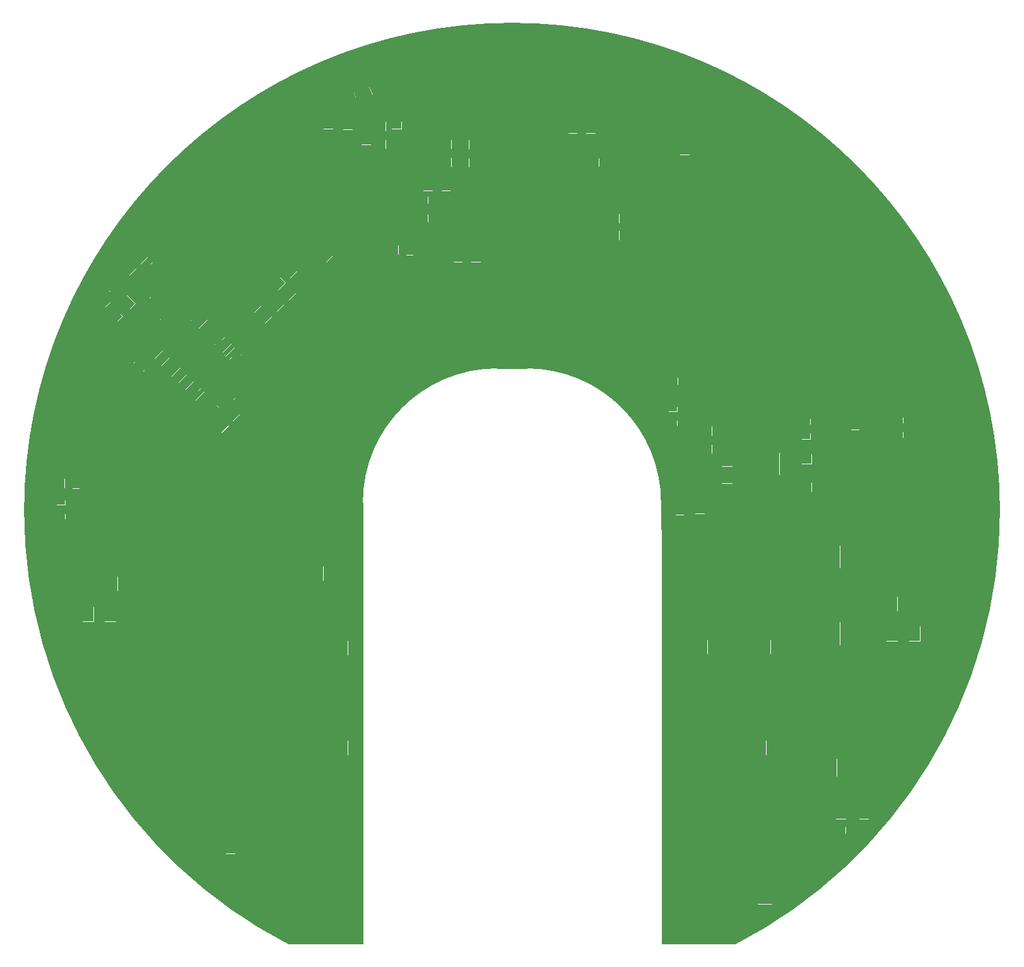
<source format=gtp>
G04 DesignSpark PCB Gerber Version 12.0 Build 5942*
%FSLAX35Y35*%
%MOMM*%
%ADD211R,0.14760X0.83760*%
%ADD205R,0.14760X1.32260*%
%ADD176R,0.49760X1.37260*%
%ADD190R,1.04760X1.37160*%
%ADD186R,1.14760X1.64760*%
%ADD179R,1.27000X1.32080*%
%ADD191R,1.44760X2.99760*%
%ADD183R,1.59760X2.09760*%
%ADD185R,1.59760X3.04760*%
%ADD200R,1.99760X2.04760*%
%ADD203R,1.99760X2.14760*%
%ADD207R,3.19760X3.44760*%
%ADD181R,6.07760X6.58760*%
%ADD124C,0.00001*%
%ADD204R,1.32260X0.14760*%
%AMT210*0 Rectangle Pad at angle 22*21,1,0.24760,1.34760,0,0,22*%
%ADD210T210*%
%ADD201R,1.24760X0.74760*%
%ADD184R,1.59760X0.79760*%
%ADD206R,1.24460X0.86360*%
%AMT197*0 Rectangle Pad at angle 45*21,1,1.04760,1.37160,0,0,45*%
%ADD197T197*%
%AMT202*0 Rectangle Pad at angle 45*21,1,1.04760,1.64760,0,0,45*%
%ADD202T202*%
%AMT195*0 Rectangle Pad at angle 45*21,1,1.14760,1.64760,0,0,45*%
%ADD195T195*%
%ADD182R,1.37160X1.04760*%
%ADD199R,1.64760X1.04760*%
%ADD188R,1.64760X1.14760*%
%AMT196*0 Rectangle Pad at angle 45*21,1,1.27000,1.32080,0,0,45*%
%ADD196T196*%
%ADD194R,1.32080X1.27000*%
%ADD180R,2.12760X1.37160*%
%ADD192R,1.47760X1.37760*%
%ADD208R,2.04760X1.99760*%
%ADD209R,2.14760X1.99760*%
%ADD178R,3.99760X1.99760*%
%ADD177R,2.94760X2.44760*%
%AMT189*0 Rectangle Pad at angle 135*21,1,0.29760,1.64760,0,0,135*%
%ADD189T189*%
%AMT198*0 Rectangle Pad at angle 135*21,1,0.86360,1.24460,0,0,135*%
%ADD198T198*%
%AMT187*0 Rectangle Pad at angle 135*21,1,1.04760,1.37160,0,0,135*%
%ADD187T187*%
%ADD193R,3.44760X3.19760*%
X0Y0D02*
D02*
D124*
X39226200Y45409390D02*
G75*
G03*
X42771480Y39593110I6543580J-40D01*
G01*
X43763580D01*
Y45516760D01*
G75*
G02*
X45569930Y47323110I1806350J0D01*
G01*
X45967430D01*
G75*
G02*
X47773780Y45516760I0J-1806350D01*
G01*
Y45156810D01*
G75*
G02*
X47776280Y45151760I-3850J-5050D01*
G01*
Y39593110D01*
X48768380D01*
G75*
G03*
X52313550Y45409360I-2998520J5816250D01*
G01*
G75*
G03*
X45769880Y51953040I-6543670J0D01*
G01*
G75*
G02*
X45769820I-30J6330D01*
G01*
G75*
G03*
X39226200Y45409390I0J-6543650D01*
G01*
X45781050Y48960090D02*
X45795810D01*
Y48827830D01*
X45781050D01*
Y48960090D01*
Y50107690D02*
X45795810D01*
Y49975430D01*
X45781050D01*
Y50107690D01*
X45831050Y48960090D02*
X45845810D01*
Y48827830D01*
X45831050D01*
Y48960090D01*
Y50107690D02*
X45845810D01*
Y49975430D01*
X45831050D01*
Y50107690D01*
X45881050Y48960090D02*
X45895810D01*
Y48827830D01*
X45881050D01*
Y48960090D01*
Y50107690D02*
X45895810D01*
Y49975430D01*
X45881050D01*
Y50107690D01*
X45931050Y48960090D02*
X45945810D01*
Y48827830D01*
X45931050D01*
Y48960090D01*
Y50107690D02*
X45945810D01*
Y49975430D01*
X45931050D01*
Y50107690D01*
X45981050Y48960090D02*
X45995810D01*
Y48827830D01*
X45981050D01*
Y48960090D01*
Y50107690D02*
X45995810D01*
Y49975430D01*
X45981050D01*
Y50107690D01*
X46031050Y48960090D02*
X46045810D01*
Y48827830D01*
X46031050D01*
Y48960090D01*
Y50107690D02*
X46045810D01*
Y49975430D01*
X46031050D01*
Y50107690D01*
X46081050Y48960090D02*
X46095810D01*
Y48827830D01*
X46081050D01*
Y48960090D01*
Y50107690D02*
X46095810D01*
Y49975430D01*
X46081050D01*
Y50107690D01*
X46131050Y48960090D02*
X46145810D01*
Y48827830D01*
X46131050D01*
Y48960090D01*
Y50107690D02*
X46145810D01*
Y49975430D01*
X46131050D01*
Y50107690D01*
X46181050Y48960090D02*
X46195810D01*
Y48827830D01*
X46181050D01*
Y48960090D01*
Y50107690D02*
X46195810D01*
Y49975430D01*
X46181050D01*
Y50107690D01*
X46231050Y48960090D02*
X46245810D01*
Y48827830D01*
X46231050D01*
Y48960090D01*
Y50107690D02*
X46245810D01*
Y49975430D01*
X46231050D01*
Y50107690D01*
X46371100Y49100140D02*
X46503360D01*
Y49085380D01*
X46371100D01*
Y49100140D01*
Y49150140D02*
X46503360D01*
Y49135380D01*
X46371100D01*
Y49150140D01*
Y49200140D02*
X46503360D01*
Y49185380D01*
X46371100D01*
Y49200140D01*
Y49250140D02*
X46503360D01*
Y49235380D01*
X46371100D01*
Y49250140D01*
Y49300140D02*
X46503360D01*
Y49285380D01*
X46371100D01*
Y49300140D01*
Y49350140D02*
X46503360D01*
Y49335380D01*
X46371100D01*
Y49350140D01*
Y49400140D02*
X46503360D01*
Y49385380D01*
X46371100D01*
Y49400140D01*
Y49450140D02*
X46503360D01*
Y49435380D01*
X46371100D01*
Y49450140D01*
Y49500140D02*
X46503360D01*
Y49485380D01*
X46371100D01*
Y49500140D01*
Y49550140D02*
X46503360D01*
Y49535380D01*
X46371100D01*
Y49550140D01*
Y49600140D02*
X46503360D01*
Y49585380D01*
X46371100D01*
Y49600140D01*
Y49650140D02*
X46503360D01*
Y49635380D01*
X46371100D01*
Y49650140D01*
Y49700140D02*
X46503360D01*
Y49685380D01*
X46371100D01*
Y49700140D01*
Y49750140D02*
X46503360D01*
Y49735380D01*
X46371100D01*
Y49750140D01*
Y49800140D02*
X46503360D01*
Y49785380D01*
X46371100D01*
Y49800140D01*
Y49850140D02*
X46503360D01*
Y49835380D01*
X46371100D01*
Y49850140D01*
X46515390Y50379660D02*
X46647470D01*
Y50252660D01*
X46515390D01*
Y50379660D01*
X46517550Y50144040D02*
X46682310D01*
Y50029280D01*
X46517550D01*
Y50144040D01*
X46517890Y50599660D02*
X46649970D01*
Y50472660D01*
X46517890D01*
Y50599660D01*
X46756390Y50379660D02*
X46888470D01*
Y50252660D01*
X46756390D01*
Y50379660D01*
X46777550Y50144040D02*
X46942310D01*
Y50029280D01*
X46777550D01*
Y50144040D01*
X46758890Y50599660D02*
X46890970D01*
Y50472660D01*
X46758890D01*
Y50599660D01*
X47084550Y48937340D02*
X47189310D01*
Y48800180D01*
X47084550D01*
Y48937340D01*
X47104550Y49177340D02*
X47209310D01*
Y49040180D01*
X47104550D01*
Y49177340D01*
Y49402340D02*
X47209310D01*
Y49265180D01*
X47104550D01*
Y49402340D01*
X47284550Y48936340D02*
X47389310D01*
Y48799180D01*
X47284550D01*
Y48936340D01*
X47304550Y49176340D02*
X47409310D01*
Y49039180D01*
X47304550D01*
Y49176340D01*
Y49401340D02*
X47409310D01*
Y49264180D01*
X47304550D01*
Y49401340D01*
X47564350Y50293640D02*
X47701510D01*
Y50188880D01*
X47564350D01*
Y50293640D01*
X47565350Y50493640D02*
X47702510D01*
Y50388880D01*
X47565350D01*
Y50493640D01*
X47858350Y47000640D02*
X47995510D01*
Y46895880D01*
X47858350D01*
Y47000640D01*
X47863550Y46620640D02*
X47988310D01*
Y46545880D01*
X47863550D01*
Y46620640D01*
X47935050Y42331640D02*
X48334810D01*
Y42131880D01*
X47935050D01*
Y42331640D01*
X47954050Y45235140D02*
X48078810D01*
Y45160380D01*
X47954050D01*
Y45235140D01*
X47995050Y43680140D02*
X48394810D01*
Y43480380D01*
X47995050D01*
Y43680140D01*
X47954050Y45425140D02*
X48078810D01*
Y45350380D01*
X47954050D01*
Y45425140D01*
X47863550Y46810640D02*
X47988310D01*
Y46735880D01*
X47863550D01*
Y46810640D01*
X47859350Y47200640D02*
X47996510D01*
Y47095880D01*
X47859350D01*
Y47200640D01*
X48014350Y50288140D02*
X48151510D01*
Y50183380D01*
X48014350D01*
Y50288140D01*
X48122430Y46305300D02*
X48249430D01*
Y46173220D01*
X48122430D01*
Y46305300D01*
X48122930Y45837300D02*
X48249930D01*
Y45705220D01*
X48122930D01*
Y45837300D01*
X48221350Y45271140D02*
X48358510D01*
Y45166380D01*
X48221350D01*
Y45271140D01*
X48222350Y45471140D02*
X48359510D01*
Y45366380D01*
X48222350D01*
Y45471140D01*
X48122930Y46078300D02*
X48249930D01*
Y45946220D01*
X48122930D01*
Y46078300D01*
X48122430Y46546300D02*
X48249430D01*
Y46414220D01*
X48122430D01*
Y46546300D01*
X48015350Y50488140D02*
X48152510D01*
Y50383380D01*
X48015350D01*
Y50488140D01*
X48330430Y46306080D02*
X48457430D01*
Y46174000D01*
X48330430D01*
Y46306080D01*
X48332930Y45836300D02*
X48459930D01*
Y45704220D01*
X48332930D01*
Y45836300D01*
Y46077300D02*
X48459930D01*
Y45945220D01*
X48332930D01*
Y46077300D01*
X48330430Y46547080D02*
X48457430D01*
Y46415000D01*
X48330430D01*
Y46547080D01*
X48572550Y45851140D02*
X48732310D01*
Y45771380D01*
X48572550D01*
Y45851140D01*
Y46081140D02*
X48732310D01*
Y46001380D01*
X48572550D01*
Y46081140D01*
Y46311140D02*
X48732310D01*
Y46231380D01*
X48572550D01*
Y46311140D01*
X48785050Y42331640D02*
X49184810D01*
Y42131880D01*
X48785050D01*
Y42331640D01*
X49063050Y40335640D02*
X49262810D01*
Y40120880D01*
X49063050D01*
Y40335640D01*
Y40765640D02*
X49262810D01*
Y40550880D01*
X49063050D01*
Y40765640D01*
X48845050Y43680140D02*
X49244810D01*
Y43480380D01*
X48845050D01*
Y43680140D01*
X49202550Y46193640D02*
X49362310D01*
Y45888880D01*
X49202550D01*
Y46193640D01*
X49466930Y41756800D02*
X49593930D01*
Y41624720D01*
X49466930D01*
Y41756800D01*
X49499430Y40474800D02*
X49626430D01*
Y40342720D01*
X49499430D01*
Y40474800D01*
Y40715800D02*
X49626430D01*
Y40583720D01*
X49499430D01*
Y40715800D01*
X49466930Y41997800D02*
X49593930D01*
Y41865720D01*
X49466930D01*
Y41997800D01*
X49647550Y45793140D02*
X49795310D01*
Y45655380D01*
X49647550D01*
Y45793140D01*
X49769550Y41759190D02*
X49819310D01*
Y41621930D01*
X49769550D01*
Y41759190D01*
Y42301590D02*
X49819310D01*
Y42164330D01*
X49769550D01*
Y42301590D01*
X49773710Y43291140D02*
X50381470D01*
Y42632380D01*
X49773710D01*
Y43291140D01*
X49837550Y42084140D02*
X50132310D01*
Y41839380D01*
X49837550D01*
Y42084140D01*
X49880930Y41157800D02*
X50007930D01*
Y41025720D01*
X49880930D01*
Y41157800D01*
Y41398800D02*
X50007930D01*
Y41266720D01*
X49880930D01*
Y41398800D01*
X49896550Y41759190D02*
X49946310D01*
Y41621930D01*
X49896550D01*
Y41759190D01*
X50023550D02*
X50073310D01*
Y41621930D01*
X50023550D01*
Y41759190D01*
X50111350Y41173140D02*
X50248510D01*
Y41068380D01*
X50111350D01*
Y41173140D01*
X50112350Y41373140D02*
X50249510D01*
Y41268380D01*
X50112350D01*
Y41373140D01*
X49896550Y42301590D02*
X49946310D01*
Y42164330D01*
X49896550D01*
Y42301590D01*
X50023550D02*
X50073310D01*
Y42164330D01*
X50023550D01*
Y42301590D01*
X50150550Y41759190D02*
X50200310D01*
Y41621930D01*
X50150550D01*
Y41759190D01*
Y42301590D02*
X50200310D01*
Y42164330D01*
X50150550D01*
Y42301590D01*
X49647550Y46173140D02*
X49795310D01*
Y46035380D01*
X49647550D01*
Y46173140D01*
X49652700Y46452440D02*
X49777160D01*
Y46366080D01*
X49652700D01*
Y46452440D01*
Y46648440D02*
X49777160D01*
Y46562080D01*
X49652700D01*
Y46648440D01*
X49827550Y43921640D02*
X50172310D01*
Y43601880D01*
X49827550D01*
Y43921640D01*
Y44951640D02*
X50172310D01*
Y44631880D01*
X49827550D01*
Y44951640D01*
X50314550Y46654140D02*
X50429310D01*
Y46489380D01*
X50314550D01*
Y46654140D01*
X50420850Y41373140D02*
X50558010D01*
Y41268380D01*
X50420850D01*
Y41373140D01*
X50421850Y41573140D02*
X50559010D01*
Y41468380D01*
X50421850D01*
Y41573140D01*
X50314550Y46914140D02*
X50429310D01*
Y46749380D01*
X50314550D01*
Y46914140D01*
X50685710Y42801340D02*
X50898470D01*
Y42664180D01*
X50685710D01*
Y42801340D01*
Y43259340D02*
X50898470D01*
Y43122180D01*
X50685710D01*
Y43259340D01*
X50711550Y45516640D02*
X50856310D01*
Y45216880D01*
X50711550D01*
Y45516640D01*
X50785050Y44266640D02*
X50944810D01*
Y44056880D01*
X50785050D01*
Y44266640D01*
X50790050Y43866640D02*
X50949810D01*
Y43656880D01*
X50790050D01*
Y43866640D01*
X50711550Y46016640D02*
X50856310D01*
Y45716880D01*
X50711550D01*
Y46016640D01*
X50895200Y46472440D02*
X51019660D01*
Y46386080D01*
X50895200D01*
Y46472440D01*
Y46668440D02*
X51019660D01*
Y46582080D01*
X50895200D01*
Y46668440D01*
X51030550Y48046340D02*
X51135310D01*
Y47909180D01*
X51030550D01*
Y48046340D01*
X51085050Y44266640D02*
X51244810D01*
Y44056880D01*
X51085050D01*
Y44266640D01*
X51090050Y43866640D02*
X51249810D01*
Y43656880D01*
X51090050D01*
Y43866640D01*
X51230550Y48045340D02*
X51335310D01*
Y47908180D01*
X51230550D01*
Y48045340D01*
X51344550Y44889140D02*
X51544310D01*
Y44684380D01*
X51344550D01*
Y44889140D01*
Y45329140D02*
X51544310D01*
Y45124380D01*
X51344550D01*
Y45329140D01*
X51548350Y46748140D02*
X51685510D01*
Y46643380D01*
X51548350D01*
Y46748140D01*
X51548930Y47191800D02*
X51675930D01*
Y47059720D01*
X51548930D01*
Y47191800D01*
X51549350Y46948140D02*
X51686510D01*
Y46843380D01*
X51549350D01*
Y46948140D01*
X51548930Y47432800D02*
X51675930D01*
Y47300720D01*
X51548930D01*
Y47432800D01*
X39652050Y45369140D02*
X39776810D01*
Y45294380D01*
X39652050D01*
Y45369140D01*
Y45559140D02*
X39776810D01*
Y45484380D01*
X39652050D01*
Y45559140D01*
X39662050Y45843840D02*
X39766810D01*
Y45706680D01*
X39662050D01*
Y45843840D01*
X39793550Y43663140D02*
X39998310D01*
Y43463380D01*
X39793550D01*
Y43663140D01*
X39862050Y45842840D02*
X39966810D01*
Y45705680D01*
X39862050D01*
Y45842840D01*
X39997550Y44126640D02*
X40157310D01*
Y43916880D01*
X39997550D01*
Y44126640D01*
X40020050Y44536640D02*
X40179810D01*
Y44326880D01*
X40020050D01*
Y44536640D01*
X40286760Y48306990D02*
X40383750Y48210000D01*
X40309680Y48135930D01*
X40212690Y48232920D01*
X40286760Y48306990D01*
X40320050Y44536640D02*
X40479810D01*
Y44326880D01*
X40320050D01*
Y44536640D01*
X40430450Y48135620D02*
X40546950Y48019120D01*
X40472870Y47945040D01*
X40356370Y48061540D01*
X40430450Y48135620D01*
X40533330Y47597010D02*
X40649840Y47480500D01*
X40568690Y47399350D01*
X40452180Y47515860D01*
X40533330Y47597010D01*
X40570050Y43606640D02*
X40889810D01*
Y43261880D01*
X40570050D01*
Y43606640D01*
X40863890Y42128840D02*
X41076650D01*
Y41991680D01*
X40863890D01*
Y42128840D01*
Y42586840D02*
X41076650D01*
Y42449680D01*
X40863890D01*
Y42586840D01*
X40717170Y47413170D02*
X40833680Y47296660D01*
X40752530Y47215510D01*
X40636020Y47332020D01*
X40717170Y47413170D01*
X40233550Y43663140D02*
X40438310D01*
Y43463380D01*
X40233550D01*
Y43663140D01*
X40297550Y44126640D02*
X40457310D01*
Y43916880D01*
X40297550D01*
Y44126640D01*
X40428890Y48447710D02*
X40525880Y48350720D01*
X40451810Y48276650D01*
X40354820Y48373640D01*
X40428890Y48447710D01*
X40600150Y48305320D02*
X40716650Y48188820D01*
X40642570Y48114740D01*
X40526070Y48231240D01*
X40600150Y48305320D01*
X40713290Y47852780D02*
X40829790Y47736280D01*
X40755710Y47662200D01*
X40639210Y47778700D01*
X40713290Y47852780D01*
X40654590Y48732000D02*
X40728660Y48657930D01*
X40631670Y48560940D01*
X40557600Y48635010D01*
X40654590Y48732000D01*
X40795310Y48589870D02*
X40869380Y48515800D01*
X40772390Y48418810D01*
X40698320Y48492880D01*
X40795310Y48589870D01*
X40882990Y48022480D02*
X40999490Y47905980D01*
X40925410Y47831900D01*
X40808910Y47948400D01*
X40882990Y48022480D01*
X41065880Y47578260D02*
X41086920Y47557220D01*
X40970420Y47440720D01*
X40949380Y47461760D01*
X41065880Y47578260D01*
X41111850Y47532300D02*
X41132890Y47511260D01*
X41016390Y47394760D01*
X40995350Y47415800D01*
X41111850Y47532300D01*
X41157810Y47486340D02*
X41178850Y47465300D01*
X41062350Y47348800D01*
X41041310Y47369840D01*
X41157810Y47486340D01*
X41203770Y47440370D02*
X41224810Y47419330D01*
X41108310Y47302830D01*
X41087270Y47323870D01*
X41203770Y47440370D01*
X41249730Y47394410D02*
X41270770Y47373370D01*
X41154270Y47256870D01*
X41133230Y47277910D01*
X41249730Y47394410D01*
X41295690Y47348450D02*
X41316730Y47327410D01*
X41200230Y47210910D01*
X41179190Y47231950D01*
X41295690Y47348450D01*
X41219430Y41386800D02*
X41346430D01*
Y41254720D01*
X41219430D01*
Y41386800D01*
Y41627800D02*
X41346430D01*
Y41495720D01*
X41219430D01*
Y41627800D01*
X41341660Y47302490D02*
X41362700Y47281450D01*
X41246200Y47164950D01*
X41225160Y47185990D01*
X41341660Y47302490D01*
X41387620Y47256530D02*
X41408660Y47235490D01*
X41292160Y47118990D01*
X41271120Y47140030D01*
X41387620Y47256530D01*
X41433580Y47210560D02*
X41454620Y47189520D01*
X41338120Y47073020D01*
X41317080Y47094060D01*
X41433580Y47210560D01*
X41479540Y47164600D02*
X41500580Y47143560D01*
X41384080Y47027060D01*
X41363040Y47048100D01*
X41479540Y47164600D01*
X41525500Y47118640D02*
X41546540Y47097600D01*
X41430040Y46981100D01*
X41409000Y47002140D01*
X41525500Y47118640D01*
X41571470Y47072680D02*
X41592510Y47051640D01*
X41476010Y46935140D01*
X41454970Y46956180D01*
X41571470Y47072680D01*
X41617430Y47026720D02*
X41638470Y47005680D01*
X41521970Y46889180D01*
X41500930Y46910220D01*
X41617430Y47026720D01*
X41663390Y46980750D02*
X41684430Y46959710D01*
X41567930Y46843210D01*
X41546890Y46864250D01*
X41663390Y46980750D01*
X41600050Y43606640D02*
X41919810D01*
Y43261880D01*
X41600050D01*
Y43606640D01*
X41753970Y46763710D02*
X41828040Y46689640D01*
X41731050Y46592650D01*
X41656980Y46666720D01*
X41753970Y46763710D01*
X41894690Y46621580D02*
X41968760Y46547510D01*
X41871770Y46450520D01*
X41797700Y46524590D01*
X41894690Y46621580D01*
X41380890Y42618640D02*
X41988650D01*
Y41959880D01*
X41380890D01*
Y42618640D01*
X41534550Y41141690D02*
X41584310D01*
Y41004430D01*
X41534550D01*
Y41141690D01*
Y41684090D02*
X41584310D01*
Y41546830D01*
X41534550D01*
Y41684090D01*
X41602550Y41466640D02*
X41897310D01*
Y41221880D01*
X41602550D01*
Y41466640D01*
X41661550Y41141690D02*
X41711310D01*
Y41004430D01*
X41661550D01*
Y41141690D01*
X41680350Y40710140D02*
X41817510D01*
Y40605380D01*
X41680350D01*
Y40710140D01*
X41681350Y40910140D02*
X41818510D01*
Y40805380D01*
X41681350D01*
Y40910140D01*
X41788550Y41141690D02*
X41838310D01*
Y41004430D01*
X41788550D01*
Y41141690D01*
X41661550Y41684090D02*
X41711310D01*
Y41546830D01*
X41661550D01*
Y41684090D01*
X41788550D02*
X41838310D01*
Y41546830D01*
X41788550D01*
Y41684090D01*
X41915550Y41141690D02*
X41965310D01*
Y41004430D01*
X41915550D01*
Y41141690D01*
X41917350Y40708140D02*
X42054510D01*
Y40603380D01*
X41917350D01*
Y40708140D01*
X41918350Y40908140D02*
X42055510D01*
Y40803380D01*
X41918350D01*
Y40908140D01*
X41915550Y41684090D02*
X41965310D01*
Y41546830D01*
X41915550D01*
Y41684090D01*
X40930470Y48284710D02*
X41004540Y48210640D01*
X40907550Y48113650D01*
X40833480Y48187720D01*
X40930470Y48284710D01*
X41071190Y48142580D02*
X41145260Y48068510D01*
X41048270Y47971520D01*
X40974200Y48045590D01*
X41071190Y48142580D01*
X40806090Y48886000D02*
X40880160Y48811930D01*
X40783170Y48714940D01*
X40709100Y48789010D01*
X40806090Y48886000D01*
X40946810Y48743870D02*
X41020880Y48669800D01*
X40923890Y48572810D01*
X40849820Y48646880D01*
X40946810Y48743870D01*
X41567930Y48080310D02*
X41588970Y48059270D01*
X41472470Y47942770D01*
X41451430Y47963810D01*
X41567930Y48080310D01*
X41613890Y48034340D02*
X41634930Y48013300D01*
X41518430Y47896800D01*
X41497390Y47917840D01*
X41613890Y48034340D01*
X41659850Y47988380D02*
X41680890Y47967340D01*
X41564390Y47850840D01*
X41543350Y47871880D01*
X41659850Y47988380D01*
X41705820Y47942420D02*
X41726860Y47921380D01*
X41610360Y47804880D01*
X41589320Y47825920D01*
X41705820Y47942420D01*
X41751780Y47896460D02*
X41772820Y47875420D01*
X41656320Y47758920D01*
X41635280Y47779960D01*
X41751780Y47896460D01*
X41797740Y47850500D02*
X41818780Y47829460D01*
X41702280Y47712960D01*
X41681240Y47734000D01*
X41797740Y47850500D01*
X41843700Y47804530D02*
X41864740Y47783490D01*
X41748240Y47666990D01*
X41727200Y47688030D01*
X41843700Y47804530D01*
X41889660Y47758570D02*
X41910700Y47737530D01*
X41794200Y47621030D01*
X41773160Y47642070D01*
X41889660Y47758570D01*
X41904090Y46920000D02*
X41978160Y46845930D01*
X41881170Y46748940D01*
X41807100Y46823010D01*
X41904090Y46920000D01*
X42044810Y46777870D02*
X42118880Y46703800D01*
X42021890Y46606810D01*
X41947820Y46680880D01*
X42044810Y46777870D01*
X41935630Y47712610D02*
X41956670Y47691570D01*
X41840170Y47575070D01*
X41819130Y47596110D01*
X41935630Y47712610D01*
X41981590Y47666650D02*
X42002630Y47645610D01*
X41886130Y47529110D01*
X41865090Y47550150D01*
X41981590Y47666650D01*
X42027550Y47620690D02*
X42048590Y47599650D01*
X41932090Y47483150D01*
X41911050Y47504190D01*
X42027550Y47620690D01*
X42073510Y47574720D02*
X42094550Y47553680D01*
X41978050Y47437180D01*
X41957010Y47458220D01*
X42073510Y47574720D01*
X42119470Y47528760D02*
X42140510Y47507720D01*
X42024010Y47391220D01*
X42002970Y47412260D01*
X42119470Y47528760D01*
X42165440Y47482800D02*
X42186480Y47461760D01*
X42069980Y47345260D01*
X42048940Y47366300D01*
X42165440Y47482800D01*
X42054590Y47068000D02*
X42128660Y46993930D01*
X42031670Y46896940D01*
X41957600Y46971010D01*
X42054590Y47068000D01*
X42195310Y46925870D02*
X42269380Y46851800D01*
X42172390Y46754810D01*
X42098320Y46828880D01*
X42195310Y46925870D01*
X42127930Y40700300D02*
X42254930D01*
Y40568220D01*
X42127930D01*
Y40700300D01*
Y40941300D02*
X42254930D01*
Y40809220D01*
X42127930D01*
Y40941300D01*
X42141130Y48078070D02*
X42234530Y47984670D01*
X42144730Y47894870D01*
X42051330Y47988270D01*
X42141130Y48078070D01*
X42311540Y47907650D02*
X42404940Y47814250D01*
X42315140Y47724450D01*
X42221740Y47817850D01*
X42311540Y47907650D01*
X42321050Y42331640D02*
X42720810D01*
Y42131880D01*
X42321050D01*
Y42331640D01*
Y43669140D02*
X42720810D01*
Y43469380D01*
X42321050D01*
Y43669140D01*
X42335090Y48232000D02*
X42409160Y48157930D01*
X42312170Y48060940D01*
X42238100Y48135010D01*
X42335090Y48232000D01*
X42475810Y48089870D02*
X42549880Y48015800D01*
X42452890Y47918810D01*
X42378820Y47992880D01*
X42475810Y48089870D01*
X42495090Y48389500D02*
X42569160Y48315430D01*
X42472170Y48218440D01*
X42398100Y48292510D01*
X42495090Y48389500D01*
X42635810Y48247370D02*
X42709880Y48173300D01*
X42612890Y48076310D01*
X42538820Y48150380D01*
X42635810Y48247370D01*
X42597550Y44668140D02*
X42812310D01*
Y44468380D01*
X42597550D01*
Y44668140D01*
X42656090Y48543000D02*
X42730160Y48468930D01*
X42633170Y48371940D01*
X42559100Y48446010D01*
X42656090Y48543000D01*
X42796810Y48400870D02*
X42870880Y48326800D01*
X42773890Y48229810D01*
X42699820Y48303880D01*
X42796810Y48400870D01*
X42863890Y40468260D02*
X42995970D01*
Y40341260D01*
X42863890D01*
Y40468260D01*
X42813590Y48700500D02*
X42887660Y48626430D01*
X42790670Y48529440D01*
X42716600Y48603510D01*
X42813590Y48700500D01*
X42954310Y48558370D02*
X43028380Y48484300D01*
X42931390Y48387310D01*
X42857320Y48461380D01*
X42954310Y48558370D01*
X43027550Y44668140D02*
X43242310D01*
Y44468380D01*
X43027550D01*
Y44668140D01*
X43104890Y40468260D02*
X43236970D01*
Y40341260D01*
X43104890D01*
Y40468260D01*
X43171050Y42331640D02*
X43570810D01*
Y42131880D01*
X43171050D01*
Y42331640D01*
Y43669140D02*
X43570810D01*
Y43469380D01*
X43171050D01*
Y43669140D01*
X42950130Y48863570D02*
X43043530Y48770170D01*
X42953730Y48680370D01*
X42860330Y48773770D01*
X42950130Y48863570D01*
X43120540Y48693150D02*
X43213940Y48599750D01*
X43124140Y48509950D01*
X43030740Y48603350D01*
X43120540Y48693150D01*
X43163100Y49028100D02*
X43224170Y48967030D01*
X43136160Y48879020D01*
X43075090Y48940090D01*
X43163100Y49028100D01*
X43301700Y48889500D02*
X43362770Y48828430D01*
X43274760Y48740420D01*
X43213690Y48801490D01*
X43301700Y48889500D01*
X43233850Y50436640D02*
X43371010D01*
Y50331880D01*
X43233850D01*
Y50436640D01*
X43234850Y50636640D02*
X43372010D01*
Y50531880D01*
X43234850D01*
Y50636640D01*
X43496350Y50427640D02*
X43633510D01*
Y50322880D01*
X43496350D01*
Y50427640D01*
X43630350Y50037950D02*
X43645110D01*
Y49954190D01*
X43630350D01*
Y50037950D01*
Y50198950D02*
X43645110D01*
Y50115190D01*
X43630350D01*
Y50198950D01*
X43497350Y50627640D02*
X43634510D01*
Y50522880D01*
X43497350D01*
Y50627640D01*
X43607460Y51017770D02*
X43657940Y50892820D01*
X43634980Y50883550D01*
X43584500Y51008500D01*
X43607460Y51017770D01*
X43667730Y51042120D02*
X43718210Y50917170D01*
X43695250Y50907900D01*
X43644770Y51032850D01*
X43667730Y51042120D01*
X43680350Y50037950D02*
X43695110D01*
Y49954190D01*
X43680350D01*
Y50037950D01*
Y50198950D02*
X43695110D01*
Y50115190D01*
X43680350D01*
Y50198950D01*
X43728000Y51066470D02*
X43778480Y50941520D01*
X43755520Y50932250D01*
X43705040Y51057200D01*
X43728000Y51066470D01*
X43730350Y50037950D02*
X43745110D01*
Y49954190D01*
X43730350D01*
Y50037950D01*
Y50198950D02*
X43745110D01*
Y50115190D01*
X43730350D01*
Y50198950D01*
X43740350Y50424640D02*
X43877510D01*
Y50319880D01*
X43740350D01*
Y50424640D01*
X43741350Y50624640D02*
X43878510D01*
Y50519880D01*
X43741350D01*
Y50624640D01*
X43788260Y51090820D02*
X43838740Y50965870D01*
X43815780Y50956600D01*
X43765300Y51081550D01*
X43788260Y51090820D01*
X43848530Y51115170D02*
X43899010Y50990220D01*
X43876050Y50980950D01*
X43825570Y51105900D01*
X43848530Y51115170D01*
X43951430Y50396300D02*
X44078430D01*
Y50264220D01*
X43951430D01*
Y50396300D01*
Y50637300D02*
X44078430D01*
Y50505220D01*
X43951430D01*
Y50637300D01*
X44142050Y48976340D02*
X44246810D01*
Y48839180D01*
X44142050D01*
Y48976340D01*
X44150350Y50436140D02*
X44287510D01*
Y50331380D01*
X44150350D01*
Y50436140D01*
X44151350Y50636140D02*
X44288510D01*
Y50531380D01*
X44151350D01*
Y50636140D01*
X44328390Y49195760D02*
X44460470D01*
Y49068760D01*
X44328390D01*
Y49195760D01*
X44342050Y48975340D02*
X44446810D01*
Y48838180D01*
X44342050D01*
Y48975340D01*
X44483550Y49390140D02*
X44648310D01*
Y49285380D01*
X44483550D01*
Y49390140D01*
X44569390Y49195760D02*
X44701470D01*
Y49068760D01*
X44569390D01*
Y49195760D01*
X44483550Y49630140D02*
X44648310D01*
Y49525380D01*
X44483550D01*
Y49630140D01*
X44574890Y49829260D02*
X44706970D01*
Y49702260D01*
X44574890D01*
Y49829260D01*
X44815890D02*
X44947970D01*
Y49702260D01*
X44815890D01*
Y49829260D01*
X44883550Y49390140D02*
X45048310D01*
Y49285380D01*
X44883550D01*
Y49390140D01*
X44972890Y48664660D02*
X45104970D01*
Y48537660D01*
X44972890D01*
Y48664660D01*
X44975390Y48869660D02*
X45107470D01*
Y48742660D01*
X44975390D01*
Y48869660D01*
X44883550Y49630140D02*
X45048310D01*
Y49525380D01*
X44883550D01*
Y49630140D01*
X44831930Y50152700D02*
X44958930D01*
Y50020620D01*
X44831930D01*
Y50152700D01*
Y50393700D02*
X44958930D01*
Y50261620D01*
X44831930D01*
Y50393700D01*
X45068430Y50150200D02*
X45195430D01*
Y50018120D01*
X45068430D01*
Y50150200D01*
Y50391200D02*
X45195430D01*
Y50259120D01*
X45068430D01*
Y50391200D01*
X45213890Y48664660D02*
X45345970D01*
Y48537660D01*
X45213890D01*
Y48664660D01*
X45216390Y48869660D02*
X45348470D01*
Y48742660D01*
X45216390D01*
Y48869660D01*
X45223500Y49100140D02*
X45355760D01*
Y49085380D01*
X45223500D01*
Y49100140D01*
Y49150140D02*
X45355760D01*
Y49135380D01*
X45223500D01*
Y49150140D01*
Y49200140D02*
X45355760D01*
Y49185380D01*
X45223500D01*
Y49200140D01*
Y49250140D02*
X45355760D01*
Y49235380D01*
X45223500D01*
Y49250140D01*
Y49300140D02*
X45355760D01*
Y49285380D01*
X45223500D01*
Y49300140D01*
Y49350140D02*
X45355760D01*
Y49335380D01*
X45223500D01*
Y49350140D01*
Y49400140D02*
X45355760D01*
Y49385380D01*
X45223500D01*
Y49400140D01*
Y49450140D02*
X45355760D01*
Y49435380D01*
X45223500D01*
Y49450140D01*
Y49500140D02*
X45355760D01*
Y49485380D01*
X45223500D01*
Y49500140D01*
Y49550140D02*
X45355760D01*
Y49535380D01*
X45223500D01*
Y49550140D01*
Y49600140D02*
X45355760D01*
Y49585380D01*
X45223500D01*
Y49600140D01*
Y49650140D02*
X45355760D01*
Y49635380D01*
X45223500D01*
Y49650140D01*
Y49700140D02*
X45355760D01*
Y49685380D01*
X45223500D01*
Y49700140D01*
Y49750140D02*
X45355760D01*
Y49735380D01*
X45223500D01*
Y49750140D01*
Y49800140D02*
X45355760D01*
Y49785380D01*
X45223500D01*
Y49800140D01*
Y49850140D02*
X45355760D01*
Y49835380D01*
X45223500D01*
Y49850140D01*
X45481050Y48960090D02*
X45495810D01*
Y48827830D01*
X45481050D01*
Y48960090D01*
Y50107690D02*
X45495810D01*
Y49975430D01*
X45481050D01*
Y50107690D01*
X45531050Y48960090D02*
X45545810D01*
Y48827830D01*
X45531050D01*
Y48960090D01*
Y50107690D02*
X45545810D01*
Y49975430D01*
X45531050D01*
Y50107690D01*
X45581050Y48960090D02*
X45595810D01*
Y48827830D01*
X45581050D01*
Y48960090D01*
Y50107690D02*
X45595810D01*
Y49975430D01*
X45581050D01*
Y50107690D01*
X45631050Y48960090D02*
X45645810D01*
Y48827830D01*
X45631050D01*
Y48960090D01*
Y50107690D02*
X45645810D01*
Y49975430D01*
X45631050D01*
Y50107690D01*
X45681050Y48960090D02*
X45695810D01*
Y48827830D01*
X45681050D01*
Y48960090D01*
Y50107690D02*
X45695810D01*
Y49975430D01*
X45681050D01*
Y50107690D01*
X45731050Y48960090D02*
X45745810D01*
Y48827830D01*
X45731050D01*
Y48960090D01*
Y50107690D02*
X45745810D01*
Y49975430D01*
X45731050D01*
Y50107690D01*
X41772930Y40228260D02*
G36*
X41772930Y40228260D02*
G75*
G03*
X42771480Y39593110I3996950J5181290D01*
G01*
X43763580D01*
Y40228260D01*
X41772930D01*
G37*
X47776280D02*
G36*
X47776280Y40228260D02*
Y39593110D01*
X48768380D01*
G75*
G03*
X49766870Y40228260I-2998770J5816650D01*
G01*
X49262810D01*
Y40120880D01*
X49063050D01*
Y40228260D01*
X47776280D01*
G37*
X41549290Y40408760D02*
G36*
X41549290Y40408760D02*
G75*
G03*
X41772930Y40228260I4221610J5001790D01*
G01*
X43763580D01*
Y40408760D01*
X43236970D01*
Y40341260D01*
X43104890D01*
Y40408760D01*
X42995970D01*
Y40341260D01*
X42863890D01*
Y40408760D01*
X41549290D01*
G37*
X47776280D02*
G36*
X47776280Y40408760D02*
Y40228260D01*
X49063050D01*
Y40335640D01*
X49262810D01*
Y40228260D01*
X49766870D01*
G75*
G03*
X49990510Y40408760I-3997970J5182290D01*
G01*
X49626430D01*
Y40342720D01*
X49499430D01*
Y40408760D01*
X47776280D01*
G37*
X41270270Y40658260D02*
G36*
X41270270Y40658260D02*
G75*
G03*
X41549290Y40408760I4500630J4752370D01*
G01*
X42863890D01*
Y40468260D01*
X42995970D01*
Y40408760D01*
X43104890D01*
Y40468260D01*
X43236970D01*
Y40408760D01*
X43763580D01*
Y40658260D01*
X42254930D01*
Y40568220D01*
X42127930D01*
Y40658260D01*
X42054510D01*
Y40603380D01*
X41917350D01*
Y40658260D01*
X41817510D01*
Y40605380D01*
X41680350D01*
Y40658260D01*
X41270270D01*
G37*
X47776280D02*
G36*
X47776280Y40658260D02*
Y40408760D01*
X49499430D01*
Y40474800D01*
X49626430D01*
Y40408760D01*
X49990510D01*
G75*
G03*
X50269520Y40658260I-4221620J5001690D01*
G01*
X49626430D01*
Y40583720D01*
X49499430D01*
Y40658260D01*
X49262810D01*
Y40550880D01*
X49063050D01*
Y40658260D01*
X47776280D01*
G37*
X41068560Y40857760D02*
G36*
X41068560Y40857760D02*
G75*
G03*
X41270270Y40658260I4701790J4552150D01*
G01*
X41680350D01*
Y40710140D01*
X41817510D01*
Y40658260D01*
X41917350D01*
Y40708140D01*
X42054510D01*
Y40658260D01*
X42127930D01*
Y40700300D01*
X42254930D01*
Y40658260D01*
X43763580D01*
Y40857760D01*
X42254930D01*
Y40809220D01*
X42127930D01*
Y40857760D01*
X42055510D01*
Y40803380D01*
X41918350D01*
Y40857760D01*
X41818510D01*
Y40805380D01*
X41681350D01*
Y40857760D01*
X41068560D01*
G37*
X47776280D02*
G36*
X47776280Y40857760D02*
Y40658260D01*
X49063050D01*
Y40765640D01*
X49262810D01*
Y40658260D01*
X49499430D01*
Y40715800D01*
X49626430D01*
Y40658260D01*
X50269520D01*
G75*
G03*
X50471220Y40857760I-4500080J4751420D01*
G01*
X47776280D01*
G37*
X40852780Y41091760D02*
G36*
X40852780Y41091760D02*
G75*
G03*
X41068560Y40857760I4917570J4318180D01*
G01*
X41681350D01*
Y40910140D01*
X41818510D01*
Y40857760D01*
X41918350D01*
Y40908140D01*
X42055510D01*
Y40857760D01*
X42127930D01*
Y40941300D01*
X42254930D01*
Y40857760D01*
X43763580D01*
Y41091760D01*
X41965310D01*
Y41004430D01*
X41915550D01*
Y41091760D01*
X41838310D01*
Y41004430D01*
X41788550D01*
Y41091760D01*
X41711310D01*
Y41004430D01*
X41661550D01*
Y41091760D01*
X41584310D01*
Y41004430D01*
X41534550D01*
Y41091760D01*
X40852780D01*
G37*
X47776280D02*
G36*
X47776280Y41091760D02*
Y40857760D01*
X50471220D01*
G75*
G03*
X50686990Y41091760I-4701790J4551970D01*
G01*
X50248510D01*
Y41068380D01*
X50111350D01*
Y41091760D01*
X50007930D01*
Y41025720D01*
X49880930D01*
Y41091760D01*
X47776280D01*
G37*
X40651200Y41332760D02*
G36*
X40651200Y41332760D02*
G75*
G03*
X40852780Y41091760I5119190J4077050D01*
G01*
X41534550D01*
Y41141690D01*
X41584310D01*
Y41091760D01*
X41661550D01*
Y41141690D01*
X41711310D01*
Y41091760D01*
X41788550D01*
Y41141690D01*
X41838310D01*
Y41091760D01*
X41915550D01*
Y41141690D01*
X41965310D01*
Y41091760D01*
X43763580D01*
Y41332760D01*
X41897310D01*
Y41221880D01*
X41602550D01*
Y41332760D01*
X41346430D01*
Y41254720D01*
X41219430D01*
Y41332760D01*
X40651200D01*
G37*
X47776280D02*
G36*
X47776280Y41332760D02*
Y41091760D01*
X49880930D01*
Y41157800D01*
X50007930D01*
Y41091760D01*
X50111350D01*
Y41173140D01*
X50248510D01*
Y41091760D01*
X50686990D01*
G75*
G03*
X50888570Y41332760I-4917610J4318050D01*
G01*
X50558010D01*
Y41268380D01*
X50420850D01*
Y41332760D01*
X50249510D01*
Y41268380D01*
X50112350D01*
Y41332760D01*
X50007930D01*
Y41266720D01*
X49880930D01*
Y41332760D01*
X47776280D01*
G37*
X40506950Y41520760D02*
G36*
X40506950Y41520760D02*
G75*
G03*
X40651200Y41332760I5265200J3890580D01*
G01*
X41219430D01*
Y41386800D01*
X41346430D01*
Y41332760D01*
X41602550D01*
Y41466640D01*
X41897310D01*
Y41332760D01*
X43763580D01*
Y41520760D01*
X41346430D01*
Y41495720D01*
X41219430D01*
Y41520760D01*
X40506950D01*
G37*
X47776280D02*
G36*
X47776280Y41520760D02*
Y41332760D01*
X49880930D01*
Y41398800D01*
X50007930D01*
Y41332760D01*
X50112350D01*
Y41373140D01*
X50249510D01*
Y41332760D01*
X50420850D01*
Y41373140D01*
X50558010D01*
Y41332760D01*
X50888570D01*
G75*
G03*
X51032810Y41520760I-5120950J4078300D01*
G01*
X50559010D01*
Y41468380D01*
X50421850D01*
Y41520760D01*
X47776280D01*
G37*
X40438280Y41615460D02*
G36*
X40438280Y41615460D02*
G75*
G03*
X40506950Y41520760I5332930J3794830D01*
G01*
X41219430D01*
Y41615460D01*
X40438280D01*
G37*
X41346430D02*
G36*
X41346430Y41615460D02*
Y41520760D01*
X43763580D01*
Y41615460D01*
X41965310D01*
Y41546830D01*
X41915550D01*
Y41615460D01*
X41838310D01*
Y41546830D01*
X41788550D01*
Y41615460D01*
X41711310D01*
Y41546830D01*
X41661550D01*
Y41615460D01*
X41584310D01*
Y41546830D01*
X41534550D01*
Y41615460D01*
X41346430D01*
G37*
X47776280D02*
G36*
X47776280Y41615460D02*
Y41520760D01*
X50421850D01*
Y41573140D01*
X50559010D01*
Y41520760D01*
X51032810D01*
G75*
G03*
X51101480Y41615460I-5264260J3889530D01*
G01*
X47776280D01*
G37*
X40385490Y41690760D02*
G36*
X40385490Y41690760D02*
G75*
G03*
X40438280Y41615460I5385780J3719610D01*
G01*
X41219430D01*
Y41627800D01*
X41346430D01*
Y41615460D01*
X41534550D01*
Y41684090D01*
X41584310D01*
Y41615460D01*
X41661550D01*
Y41684090D01*
X41711310D01*
Y41615460D01*
X41788550D01*
Y41684090D01*
X41838310D01*
Y41615460D01*
X41915550D01*
Y41684090D01*
X41965310D01*
Y41615460D01*
X43763580D01*
Y41690760D01*
X40385490D01*
G37*
X47776280D02*
G36*
X47776280Y41690760D02*
Y41615460D01*
X51101480D01*
G75*
G03*
X51154270Y41690760I-5332990J3794910D01*
G01*
X50200310D01*
Y41621930D01*
X50150550D01*
Y41690760D01*
X50073310D01*
Y41621930D01*
X50023550D01*
Y41690760D01*
X49946310D01*
Y41621930D01*
X49896550D01*
Y41690760D01*
X49819310D01*
Y41621930D01*
X49769550D01*
Y41690760D01*
X49593930D01*
Y41624720D01*
X49466930D01*
Y41690760D01*
X47776280D01*
G37*
X40226780Y41931760D02*
G36*
X40226780Y41931760D02*
G75*
G03*
X40385490Y41690760I5544930J3478840D01*
G01*
X43763580D01*
Y41931760D01*
X40226780D01*
G37*
X47776280D02*
G36*
X47776280Y41931760D02*
Y41690760D01*
X49466930D01*
Y41756800D01*
X49593930D01*
Y41690760D01*
X49769550D01*
Y41759190D01*
X49819310D01*
Y41690760D01*
X49896550D01*
Y41759190D01*
X49946310D01*
Y41690760D01*
X50023550D01*
Y41759190D01*
X50073310D01*
Y41690760D01*
X50150550D01*
Y41759190D01*
X50200310D01*
Y41690760D01*
X51154270D01*
G75*
G03*
X51312980Y41931760I-5386220J3719840D01*
G01*
X50132310D01*
Y41839380D01*
X49837550D01*
Y41931760D01*
X49593930D01*
Y41865720D01*
X49466930D01*
Y41931760D01*
X47776280D01*
G37*
X40148210Y42060260D02*
G36*
X40148210Y42060260D02*
G75*
G03*
X40226780Y41931760I5625160J3351180D01*
G01*
X43763580D01*
Y42060260D01*
X41988650D01*
Y41959880D01*
X41380890D01*
Y42060260D01*
X41076650D01*
Y41991680D01*
X40863890D01*
Y42060260D01*
X40148210D01*
G37*
X47776280D02*
G36*
X47776280Y42060260D02*
Y41931760D01*
X49466930D01*
Y41997800D01*
X49593930D01*
Y41931760D01*
X49837550D01*
Y42060260D01*
X47776280D01*
G37*
X50132310D02*
G36*
X50132310Y42060260D02*
Y41931760D01*
X51312980D01*
G75*
G03*
X51391550Y42060260I-5546590J3479680D01*
G01*
X50132310D01*
G37*
X40049520Y42231760D02*
G36*
X40049520Y42231760D02*
G75*
G03*
X40148210Y42060260I5722250J3178740D01*
G01*
X40863890D01*
Y42128840D01*
X41076650D01*
Y42060260D01*
X41380890D01*
Y42231760D01*
X40049520D01*
G37*
X41988650D02*
G36*
X41988650Y42231760D02*
Y42060260D01*
X43763580D01*
Y42231760D01*
X43570810D01*
Y42131880D01*
X43171050D01*
Y42231760D01*
X42720810D01*
Y42131880D01*
X42321050D01*
Y42231760D01*
X41988650D01*
G37*
X47776280D02*
G36*
X47776280Y42231760D02*
Y42060260D01*
X49837550D01*
Y42084140D01*
X50132310D01*
Y42060260D01*
X51391550D01*
G75*
G03*
X51490240Y42231760I-5623560J3350240D01*
G01*
X50200310D01*
Y42164330D01*
X50150550D01*
Y42231760D01*
X50073310D01*
Y42164330D01*
X50023550D01*
Y42231760D01*
X49946310D01*
Y42164330D01*
X49896550D01*
Y42231760D01*
X49819310D01*
Y42164330D01*
X49769550D01*
Y42231760D01*
X49184810D01*
Y42131880D01*
X48785050D01*
Y42231760D01*
X48334810D01*
Y42131880D01*
X47935050D01*
Y42231760D01*
X47776280D01*
G37*
X39899510Y42518260D02*
G36*
X39899510Y42518260D02*
G75*
G03*
X40049520Y42231760I5872210J2892140D01*
G01*
X41380890D01*
Y42518260D01*
X41076650D01*
Y42449680D01*
X40863890D01*
Y42518260D01*
X39899510D01*
G37*
X41988650D02*
G36*
X41988650Y42518260D02*
Y42231760D01*
X42321050D01*
Y42331640D01*
X42720810D01*
Y42231760D01*
X43171050D01*
Y42331640D01*
X43570810D01*
Y42231760D01*
X43763580D01*
Y42518260D01*
X41988650D01*
G37*
X47776280D02*
G36*
X47776280Y42518260D02*
Y42231760D01*
X47935050D01*
Y42331640D01*
X48334810D01*
Y42231760D01*
X48785050D01*
Y42331640D01*
X49184810D01*
Y42231760D01*
X49769550D01*
Y42301590D01*
X49819310D01*
Y42231760D01*
X49896550D01*
Y42301590D01*
X49946310D01*
Y42231760D01*
X50023550D01*
Y42301590D01*
X50073310D01*
Y42231760D01*
X50150550D01*
Y42301590D01*
X50200310D01*
Y42231760D01*
X51490240D01*
G75*
G03*
X51640240Y42518260I-5722210J3178440D01*
G01*
X47776280D01*
G37*
X39798650Y42732760D02*
G36*
X39798650Y42732760D02*
G75*
G03*
X39899510Y42518260I5972650J2677430D01*
G01*
X40863890D01*
Y42586840D01*
X41076650D01*
Y42518260D01*
X41380890D01*
Y42618640D01*
X41988650D01*
Y42518260D01*
X43763580D01*
Y42732760D01*
X39798650D01*
G37*
X47776280D02*
G36*
X47776280Y42732760D02*
Y42518260D01*
X51640240D01*
G75*
G03*
X51741100Y42732760I-5871790J2891930D01*
G01*
X50898470D01*
Y42664180D01*
X50685710D01*
Y42732760D01*
X50381470D01*
Y42632380D01*
X49773710D01*
Y42732760D01*
X47776280D01*
G37*
X39701190Y42961760D02*
G36*
X39701190Y42961760D02*
G75*
G03*
X39798650Y42732760I6069450J2447860D01*
G01*
X43763580D01*
Y42961760D01*
X39701190D01*
G37*
X47776280D02*
G36*
X47776280Y42961760D02*
Y42732760D01*
X49773710D01*
Y42961760D01*
X47776280D01*
G37*
X50381470D02*
G36*
X50381470Y42961760D02*
Y42732760D01*
X50685710D01*
Y42801340D01*
X50898470D01*
Y42732760D01*
X51741100D01*
G75*
G03*
X51838560Y42961760I-5971990J2676860D01*
G01*
X50381470D01*
G37*
X39613780Y43190760D02*
G36*
X39613780Y43190760D02*
G75*
G03*
X39701190Y42961760I6157030J2218980D01*
G01*
X43763580D01*
Y43190760D01*
X39613780D01*
G37*
X47776280D02*
G36*
X47776280Y43190760D02*
Y42961760D01*
X49773710D01*
Y43190760D01*
X47776280D01*
G37*
X50381470D02*
G36*
X50381470Y43190760D02*
Y42961760D01*
X51838560D01*
G75*
G03*
X51925970Y43190760I-6069620J2447980D01*
G01*
X50898470D01*
Y43122180D01*
X50685710D01*
Y43190760D01*
X50381470D01*
G37*
X39487030Y43580260D02*
G36*
X39487030Y43580260D02*
G75*
G03*
X39613780Y43190760I6282890J1829190D01*
G01*
X43763580D01*
Y43580260D01*
X43570810D01*
Y43469380D01*
X43171050D01*
Y43580260D01*
X42720810D01*
Y43469380D01*
X42321050D01*
Y43580260D01*
X41919810D01*
Y43261880D01*
X41600050D01*
Y43580260D01*
X40889810D01*
Y43261880D01*
X40570050D01*
Y43580260D01*
X40438310D01*
Y43463380D01*
X40233550D01*
Y43580260D01*
X39998310D01*
Y43463380D01*
X39793550D01*
Y43580260D01*
X39487030D01*
G37*
X47776280D02*
G36*
X47776280Y43580260D02*
Y43190760D01*
X49773710D01*
Y43291140D01*
X50381470D01*
Y43190760D01*
X50685710D01*
Y43259340D01*
X50898470D01*
Y43190760D01*
X51925970D01*
G75*
G03*
X52052720Y43580260I-6156140J2218690D01*
G01*
X49244810D01*
Y43480380D01*
X48845050D01*
Y43580260D01*
X48394810D01*
Y43480380D01*
X47995050D01*
Y43580260D01*
X47776280D01*
G37*
X39437010Y43761760D02*
G36*
X39437010Y43761760D02*
G75*
G03*
X39487030Y43580260I6334760J1648170D01*
G01*
X39793550D01*
Y43663140D01*
X39998310D01*
Y43580260D01*
X40233550D01*
Y43663140D01*
X40438310D01*
Y43580260D01*
X40570050D01*
Y43606640D01*
X40889810D01*
Y43580260D01*
X41600050D01*
Y43606640D01*
X41919810D01*
Y43580260D01*
X42321050D01*
Y43669140D01*
X42720810D01*
Y43580260D01*
X43171050D01*
Y43669140D01*
X43570810D01*
Y43580260D01*
X43763580D01*
Y43761760D01*
X39437010D01*
G37*
X47776280D02*
G36*
X47776280Y43761760D02*
Y43580260D01*
X47995050D01*
Y43680140D01*
X48394810D01*
Y43580260D01*
X48845050D01*
Y43680140D01*
X49244810D01*
Y43580260D01*
X52052720D01*
G75*
G03*
X52102730Y43761760I-6284740J1829320D01*
G01*
X51249810D01*
Y43656880D01*
X51090050D01*
Y43761760D01*
X50949810D01*
Y43656880D01*
X50790050D01*
Y43761760D01*
X50172310D01*
Y43601880D01*
X49827550D01*
Y43761760D01*
X47776280D01*
G37*
X39375010Y44021760D02*
G36*
X39375010Y44021760D02*
G75*
G03*
X39437010Y43761760I6396310J1387880D01*
G01*
X43763580D01*
Y44021760D01*
X40457310D01*
Y43916880D01*
X40297550D01*
Y44021760D01*
X40157310D01*
Y43916880D01*
X39997550D01*
Y44021760D01*
X39375010D01*
G37*
X47776280D02*
G36*
X47776280Y44021760D02*
Y43761760D01*
X49827550D01*
Y43921640D01*
X50172310D01*
Y43761760D01*
X50790050D01*
Y43866640D01*
X50949810D01*
Y43761760D01*
X51090050D01*
Y43866640D01*
X51249810D01*
Y43761760D01*
X52102730D01*
G75*
G03*
X52164740Y44021760I-6334310J1648130D01*
G01*
X47776280D01*
G37*
X39346230Y44161760D02*
G36*
X39346230Y44161760D02*
G75*
G03*
X39375010Y44021760I6426130J1248070D01*
G01*
X39997550D01*
Y44126640D01*
X40157310D01*
Y44021760D01*
X40297550D01*
Y44126640D01*
X40457310D01*
Y44021760D01*
X43763580D01*
Y44161760D01*
X39346230D01*
G37*
X47776280D02*
G36*
X47776280Y44161760D02*
Y44021760D01*
X52164740D01*
G75*
G03*
X52193520Y44161760I-6397350J1388070D01*
G01*
X51244810D01*
Y44056880D01*
X51085050D01*
Y44161760D01*
X50944810D01*
Y44056880D01*
X50785050D01*
Y44161760D01*
X47776280D01*
G37*
X39299640Y44431760D02*
G36*
X39299640Y44431760D02*
G75*
G03*
X39346230Y44161760I6470810J977560D01*
G01*
X43763580D01*
Y44431760D01*
X40479810D01*
Y44326880D01*
X40320050D01*
Y44431760D01*
X40179810D01*
Y44326880D01*
X40020050D01*
Y44431760D01*
X39299640D01*
G37*
X47776280D02*
G36*
X47776280Y44431760D02*
Y44161760D01*
X50785050D01*
Y44266640D01*
X50944810D01*
Y44161760D01*
X51085050D01*
Y44266640D01*
X51244810D01*
Y44161760D01*
X52193520D01*
G75*
G03*
X52240110Y44431760I-6424220J1247560D01*
G01*
X47776280D01*
G37*
X39280480Y44568260D02*
G36*
X39280480Y44568260D02*
G75*
G03*
X39299640Y44431760I6494310J841990D01*
G01*
X40020050D01*
Y44536640D01*
X40179810D01*
Y44431760D01*
X40320050D01*
Y44536640D01*
X40479810D01*
Y44431760D01*
X43763580D01*
Y44568260D01*
X43242310D01*
Y44468380D01*
X43027550D01*
Y44568260D01*
X42812310D01*
Y44468380D01*
X42597550D01*
Y44568260D01*
X39280480D01*
G37*
X47776280D02*
G36*
X47776280Y44568260D02*
Y44431760D01*
X52240110D01*
G75*
G03*
X52259270Y44568260I-6475150J978490D01*
G01*
X47776280D01*
G37*
X39255410Y44791760D02*
G36*
X39255410Y44791760D02*
G75*
G03*
X39280480Y44568260I6515500J617690D01*
G01*
X42597550D01*
Y44668140D01*
X42812310D01*
Y44568260D01*
X43027550D01*
Y44668140D01*
X43242310D01*
Y44568260D01*
X43763580D01*
Y44791760D01*
X39255410D01*
G37*
X47776280D02*
G36*
X47776280Y44791760D02*
Y44568260D01*
X52259270D01*
G75*
G03*
X52284340Y44791760I-6490430J841190D01*
G01*
X51544310D01*
Y44684380D01*
X51344550D01*
Y44791760D01*
X50172310D01*
Y44631880D01*
X49827550D01*
Y44791760D01*
X47776280D01*
G37*
X39229620Y45197760D02*
G36*
X39229620Y45197760D02*
G75*
G03*
X39255410Y44791760I6541420J211710D01*
G01*
X43763580D01*
Y45197760D01*
X39229620D01*
G37*
X47773780D02*
G36*
X47773780Y45197760D02*
Y45156810D01*
G75*
G02*
X47776280Y45151760I-3850J-5050D01*
G01*
Y44791760D01*
X49827550D01*
Y44951640D01*
X50172310D01*
Y44791760D01*
X51344550D01*
Y44889140D01*
X51544310D01*
Y44791760D01*
X52284340D01*
G75*
G03*
X52310130Y45197760I-6515630J617710D01*
G01*
X51544310D01*
Y45124380D01*
X51344550D01*
Y45197760D01*
X48358510D01*
Y45166380D01*
X48221350D01*
Y45197760D01*
X48078810D01*
Y45160380D01*
X47954050D01*
Y45197760D01*
X47773780D01*
G37*
X39226660Y45331760D02*
G36*
X39226660Y45331760D02*
G75*
G03*
X39229620Y45197760I6546550J77580D01*
G01*
X43763580D01*
Y45331760D01*
X39776810D01*
Y45294380D01*
X39652050D01*
Y45331760D01*
X39226660D01*
G37*
X47773780D02*
G36*
X47773780Y45331760D02*
Y45197760D01*
X47954050D01*
Y45235140D01*
X48078810D01*
Y45197760D01*
X48221350D01*
Y45271140D01*
X48358510D01*
Y45197760D01*
X51344550D01*
Y45329140D01*
X51544310D01*
Y45197760D01*
X52310130D01*
G75*
G03*
X52313090Y45331760I-6543590J211580D01*
G01*
X50856310D01*
Y45216880D01*
X50711550D01*
Y45331760D01*
X47773780D01*
G37*
X39226240Y45387760D02*
G36*
X39226240Y45387760D02*
G75*
G03*
X39226660Y45331760I6548260J21110D01*
G01*
X39652050D01*
Y45369140D01*
X39776810D01*
Y45331760D01*
X43763580D01*
Y45387760D01*
X39226240D01*
G37*
X47773780D02*
G36*
X47773780Y45387760D02*
Y45331760D01*
X50711550D01*
Y45387760D01*
X48359510D01*
Y45366380D01*
X48222350D01*
Y45387760D01*
X48078810D01*
Y45350380D01*
X47954050D01*
Y45387760D01*
X47773780D01*
G37*
X50856310D02*
G36*
X50856310Y45387760D02*
Y45331760D01*
X52313090D01*
G75*
G03*
X52313510Y45387760I-6547840J77110D01*
G01*
X50856310D01*
G37*
X39226200Y45409390D02*
G36*
X39226200Y45409390D02*
Y45409340D01*
G75*
G03*
X39226240Y45387760I6576840J1400D01*
G01*
X43763580D01*
Y45516760D01*
G75*
G02*
X43763590Y45521760I1813160J-1130D01*
G01*
X39776810D01*
Y45484380D01*
X39652050D01*
Y45521760D01*
X39227160D01*
G75*
G03*
X39226200Y45409440I6546120J-112110D01*
G01*
Y45409390D01*
G37*
X47773780Y45516760D02*
G36*
X47773780Y45516760D02*
Y45387760D01*
X47954050D01*
Y45425140D01*
X48078810D01*
Y45387760D01*
X48222350D01*
Y45471140D01*
X48359510D01*
Y45387760D01*
X50711550D01*
Y45516640D01*
X50856310D01*
Y45387760D01*
X52313510D01*
G75*
G03*
X52313550Y45409360I-6548060J22930D01*
G01*
G75*
G03*
X52312580Y45521760I-6545090J-280D01*
G01*
X47773770D01*
G75*
G02*
X47773780Y45516760I-1813150J-6130D01*
G01*
G37*
X39236210Y45771260D02*
G36*
X39236210Y45771260D02*
G75*
G03*
X39227160Y45521760I6534160J-361920D01*
G01*
X39652050D01*
Y45559140D01*
X39776810D01*
Y45521760D01*
X43763590D01*
G75*
G02*
X43781600Y45771260I1806540J-5000D01*
G01*
X39966810D01*
Y45705680D01*
X39862050D01*
Y45771260D01*
X39766810D01*
Y45706680D01*
X39662050D01*
Y45771260D01*
X39236210D01*
G37*
X47755760D02*
G36*
X47755760Y45771260D02*
G75*
G02*
X47773770Y45521760I-1788530J-254500D01*
G01*
X52312580D01*
G75*
G03*
X52303530Y45771260I-6543210J-112420D01*
G01*
X50856310D01*
Y45716880D01*
X50711550D01*
Y45771260D01*
X49795310D01*
Y45655380D01*
X49647550D01*
Y45771260D01*
X48459930D01*
Y45704220D01*
X48332930D01*
Y45771260D01*
X48249930D01*
Y45705220D01*
X48122930D01*
Y45771260D01*
X47755760D01*
G37*
X39238550Y45811260D02*
G36*
X39238550Y45811260D02*
G75*
G03*
X39236210Y45771260I6546900J-403060D01*
G01*
X39662050D01*
Y45811260D01*
X39238550D01*
G37*
X39766810D02*
G36*
X39766810Y45811260D02*
Y45771260D01*
X39862050D01*
Y45811260D01*
X39766810D01*
G37*
X39966810D02*
G36*
X39966810Y45811260D02*
Y45771260D01*
X43781600D01*
G75*
G02*
X43787750Y45811260I1789310J-254630D01*
G01*
X39966810D01*
G37*
X47749610D02*
G36*
X47749610Y45811260D02*
G75*
G02*
X47755760Y45771260I-1783160J-294630D01*
G01*
X48122930D01*
Y45811260D01*
X47749610D01*
G37*
X48249930D02*
G36*
X48249930Y45811260D02*
Y45771260D01*
X48332930D01*
Y45811260D01*
X48249930D01*
G37*
X48459930D02*
G36*
X48459930Y45811260D02*
Y45771260D01*
X49647550D01*
Y45793140D01*
X49795310D01*
Y45771260D01*
X50711550D01*
Y45811260D01*
X48732310D01*
Y45771380D01*
X48572550D01*
Y45811260D01*
X48459930D01*
G37*
X50856310D02*
G36*
X50856310Y45811260D02*
Y45771260D01*
X52303530D01*
G75*
G03*
X52301200Y45811260I-6549230J-361430D01*
G01*
X50856310D01*
G37*
X39254030Y46012260D02*
G36*
X39254030Y46012260D02*
G75*
G03*
X39238550Y45811260I6516650J-602980D01*
G01*
X39662050D01*
Y45843840D01*
X39766810D01*
Y45811260D01*
X39862050D01*
Y45842840D01*
X39966810D01*
Y45811260D01*
X43787750D01*
G75*
G02*
X43832870Y46012260I1782380J-294540D01*
G01*
X39254030D01*
G37*
X47704490D02*
G36*
X47704490Y46012260D02*
G75*
G02*
X47749610Y45811260I-1737260J-495540D01*
G01*
X48122930D01*
Y45837300D01*
X48249930D01*
Y45811260D01*
X48332930D01*
Y45836300D01*
X48459930D01*
Y45811260D01*
X48572550D01*
Y45851140D01*
X48732310D01*
Y45811260D01*
X50711550D01*
Y46012260D01*
X49362310D01*
Y45888880D01*
X49202550D01*
Y46012260D01*
X48732310D01*
Y46001380D01*
X48572550D01*
Y46012260D01*
X48459930D01*
Y45945220D01*
X48332930D01*
Y46012260D01*
X48249930D01*
Y45946220D01*
X48122930D01*
Y46012260D01*
X47704490D01*
G37*
X50856310D02*
G36*
X50856310Y46012260D02*
Y45811260D01*
X52301200D01*
G75*
G03*
X52285720Y46012260I-6532130J-401980D01*
G01*
X50856310D01*
G37*
X39263190Y46104260D02*
G36*
X39263190Y46104260D02*
G75*
G03*
X39254030Y46012260I6511020J-694730D01*
G01*
X43832870D01*
G75*
G02*
X43861790Y46104260I1737230J-495550D01*
G01*
X39263190D01*
G37*
X47675570D02*
G36*
X47675570Y46104260D02*
G75*
G02*
X47704490Y46012260I-1708310J-587550D01*
G01*
X48122930D01*
Y46078300D01*
X48249930D01*
Y46012260D01*
X48332930D01*
Y46077300D01*
X48459930D01*
Y46012260D01*
X48572550D01*
Y46081140D01*
X48732310D01*
Y46012260D01*
X49202550D01*
Y46104260D01*
X47675570D01*
G37*
X49362310D02*
G36*
X49362310Y46104260D02*
Y46012260D01*
X50711550D01*
Y46016640D01*
X50856310D01*
Y46012260D01*
X52285720D01*
G75*
G03*
X52276550Y46104260I-6520190J-603440D01*
G01*
X49795310D01*
Y46035380D01*
X49647550D01*
Y46104260D01*
X49362310D01*
G37*
X39279030Y46239260D02*
G36*
X39279030Y46239260D02*
G75*
G03*
X39263190Y46104260I6491790J-830130D01*
G01*
X43861790D01*
G75*
G02*
X43914370Y46239260I1708360J-587630D01*
G01*
X39279030D01*
G37*
X47622990D02*
G36*
X47622990Y46239260D02*
G75*
G02*
X47675570Y46104260I-1655780J-722630D01*
G01*
X49202550D01*
Y46193640D01*
X49362310D01*
Y46104260D01*
X49647550D01*
Y46173140D01*
X49795310D01*
Y46104260D01*
X52276550D01*
G75*
G03*
X52260710Y46239260I-6507630J-695130D01*
G01*
X48732310D01*
Y46231380D01*
X48572550D01*
Y46239260D01*
X48457430D01*
Y46174000D01*
X48330430D01*
Y46239260D01*
X48249430D01*
Y46173220D01*
X48122430D01*
Y46239260D01*
X47622990D01*
G37*
X39303030Y46409260D02*
G36*
X39303030Y46409260D02*
G75*
G03*
X39279030Y46239260I6468190J-999850D01*
G01*
X43914370D01*
G75*
G02*
X43999470Y46409260I1655830J-722590D01*
G01*
X39303030D01*
G37*
X47537890D02*
G36*
X47537890Y46409260D02*
G75*
G02*
X47622990Y46239260I-1570730J-892590D01*
G01*
X48122430D01*
Y46305300D01*
X48249430D01*
Y46239260D01*
X48330430D01*
Y46306080D01*
X48457430D01*
Y46239260D01*
X48572550D01*
Y46311140D01*
X48732310D01*
Y46239260D01*
X52260710D01*
G75*
G03*
X52236700Y46409260I-6492190J-830230D01*
G01*
X51019660D01*
Y46386080D01*
X50895200D01*
Y46409260D01*
X49777160D01*
Y46366080D01*
X49652700D01*
Y46409260D01*
X47537890D01*
G37*
X39314410Y46480260D02*
G36*
X39314410Y46480260D02*
G75*
G03*
X39303030Y46409260I6461650J-1072100D01*
G01*
X43999470D01*
G75*
G02*
X44042000Y46480260I1570710J-892640D01*
G01*
X41901510D01*
X41871770Y46450520D01*
X41842030Y46480260D01*
X39314410D01*
G37*
X47495360D02*
G36*
X47495360Y46480260D02*
G75*
G02*
X47537890Y46409260I-1528180J-963640D01*
G01*
X49652700D01*
Y46452440D01*
X49777160D01*
Y46409260D01*
X50895200D01*
Y46472440D01*
X51019660D01*
Y46409260D01*
X52236700D01*
G75*
G03*
X52225320Y46480260I-6473030J-1001100D01*
G01*
X48457430D01*
Y46415000D01*
X48330430D01*
Y46480260D01*
X48249430D01*
Y46414220D01*
X48122430D01*
Y46480260D01*
X47495360D01*
G37*
X39332340Y46583260D02*
G36*
X39332340Y46583260D02*
G75*
G03*
X39314410Y46480260I6440590J-1174220D01*
G01*
X41842030D01*
X41797700Y46524590D01*
X41856370Y46583260D01*
X39332340D01*
G37*
X41968760Y46547510D02*
G36*
X41968760Y46547510D02*
X41901510Y46480260D01*
X44042000D01*
G75*
G02*
X44112030Y46583260I1528090J-963640D01*
G01*
X41933010D01*
X41968760Y46547510D01*
G37*
X47425330Y46583260D02*
G36*
X47425330Y46583260D02*
G75*
G02*
X47495360Y46480260I-1458060J-1066640D01*
G01*
X48122430D01*
Y46546300D01*
X48249430D01*
Y46480260D01*
X48330430D01*
Y46547080D01*
X48457430D01*
Y46480260D01*
X52225320D01*
G75*
G03*
X52207390Y46583260I-6458520J-1071220D01*
G01*
X51019660D01*
Y46582080D01*
X50895200D01*
Y46583260D01*
X50429310D01*
Y46489380D01*
X50314550D01*
Y46583260D01*
X49777160D01*
Y46562080D01*
X49652700D01*
Y46583260D01*
X47988310D01*
Y46545880D01*
X47863550D01*
Y46583260D01*
X47425330D01*
G37*
X39353880Y46695760D02*
G36*
X39353880Y46695760D02*
G75*
G03*
X39332340Y46583260I6421980J-1287910D01*
G01*
X41856370D01*
X41894690Y46621580D01*
X41933010Y46583260D01*
X44112030D01*
G75*
G02*
X44201410Y46695760I1458110J-1066700D01*
G01*
X42110840D01*
X42021890Y46606810D01*
X41947820Y46680880D01*
X41962700Y46695760D01*
X41821920D01*
X41828040Y46689640D01*
X41731050Y46592650D01*
X41656980Y46666720D01*
X41686020Y46695760D01*
X39353880D01*
G37*
X47335950D02*
G36*
X47335950Y46695760D02*
G75*
G02*
X47425330Y46583260I-1368730J-1179200D01*
G01*
X47863550D01*
Y46620640D01*
X47988310D01*
Y46583260D01*
X49652700D01*
Y46648440D01*
X49777160D01*
Y46583260D01*
X50314550D01*
Y46654140D01*
X50429310D01*
Y46583260D01*
X50895200D01*
Y46668440D01*
X51019660D01*
Y46583260D01*
X52207390D01*
G75*
G03*
X52185860Y46695760I-6443510J-1174830D01*
G01*
X51685510D01*
Y46643380D01*
X51548350D01*
Y46695760D01*
X47335950D01*
G37*
X39369900Y46773260D02*
G36*
X39369900Y46773260D02*
G75*
G03*
X39353880Y46695760I6408710J-1365150D01*
G01*
X41686020D01*
X41753970Y46763710D01*
X41821920Y46695760D01*
X41962700D01*
X42040200Y46773260D01*
X41905490D01*
X41881170Y46748940D01*
X41856850Y46773260D01*
X39369900D01*
G37*
X42118880Y46703800D02*
G36*
X42118880Y46703800D02*
X42110840Y46695760D01*
X44201410D01*
G75*
G02*
X44272200Y46773260I1368880J-1179280D01*
G01*
X42190840D01*
X42172390Y46754810D01*
X42153940Y46773260D01*
X42049420D01*
X42118880Y46703800D01*
G37*
X47265160Y46773260D02*
G36*
X47265160Y46773260D02*
G75*
G02*
X47335950Y46695760I-1298090J-1256780D01*
G01*
X51548350D01*
Y46748140D01*
X51685510D01*
Y46695760D01*
X52185860D01*
G75*
G03*
X52169830Y46773260I-6424730J-1288480D01*
G01*
X50429310D01*
Y46749380D01*
X50314550D01*
Y46773260D01*
X47988310D01*
Y46735880D01*
X47863550D01*
Y46773260D01*
X47265160D01*
G37*
X39397240Y46895760D02*
G36*
X39397240Y46895760D02*
G75*
G03*
X39369900Y46773260I6372610J-1486560D01*
G01*
X41856850D01*
X41807100Y46823010D01*
X41879850Y46895760D01*
X41620480D01*
X41567930Y46843210D01*
X41546890Y46864250D01*
X41578400Y46895760D01*
X41528550D01*
X41521970Y46889180D01*
X41515390Y46895760D01*
X39397240D01*
G37*
X41978160Y46845930D02*
G36*
X41978160Y46845930D02*
X41905490Y46773260D01*
X42040200D01*
X42044810Y46777870D01*
X42049420Y46773260D01*
X42153940D01*
X42098320Y46828880D01*
X42165200Y46895760D01*
X41928330D01*
X41978160Y46845930D01*
G37*
X42269380Y46851800D02*
G36*
X42269380Y46851800D02*
X42190840Y46773260D01*
X44272200D01*
G75*
G02*
X44403200Y46895760I1297790J-1256550D01*
G01*
X42225420D01*
X42269380Y46851800D01*
G37*
X47134160Y46895760D02*
G36*
X47134160Y46895760D02*
G75*
G02*
X47265160Y46773260I-1166790J-1379050D01*
G01*
X47863550D01*
Y46810640D01*
X47988310D01*
Y46773260D01*
X50314550D01*
Y46895760D01*
X47134160D01*
G37*
X50429310D02*
G36*
X50429310Y46895760D02*
Y46773260D01*
X52169830D01*
G75*
G03*
X52142490Y46895760I-6405760J-1365360D01*
G01*
X51686510D01*
Y46843380D01*
X51549350D01*
Y46895760D01*
X50429310D01*
G37*
X39409710Y46948260D02*
G36*
X39409710Y46948260D02*
G75*
G03*
X39397240Y46895760I6366670J-1539970D01*
G01*
X41515390D01*
X41500930Y46910220D01*
X41538970Y46948260D01*
X41489130D01*
X41476010Y46935140D01*
X41462890Y46948260D01*
X39409710D01*
G37*
X41528550Y46895760D02*
G36*
X41528550Y46895760D02*
X41578400D01*
X41630900Y46948260D01*
X41581050D01*
X41528550Y46895760D01*
G37*
X41672980Y46948260D02*
G36*
X41672980Y46948260D02*
X41620480Y46895760D01*
X41879850D01*
X41904090Y46920000D01*
X41928330Y46895760D01*
X42165200D01*
X42195310Y46925870D01*
X42225420Y46895760D01*
X44403200D01*
G75*
G02*
X44468250Y46948260I1167000J-1379420D01*
G01*
X42082990D01*
X42031670Y46896940D01*
X41980350Y46948260D01*
X41672980D01*
G37*
X47069110D02*
G36*
X47069110Y46948260D02*
G75*
G02*
X47134160Y46895760I-1101950J-1431920D01*
G01*
X50314550D01*
Y46914140D01*
X50429310D01*
Y46895760D01*
X51549350D01*
Y46948140D01*
X51686510D01*
Y46895760D01*
X52142490D01*
G75*
G03*
X52130020Y46948260I-6379140J-1487470D01*
G01*
X47995510D01*
Y46895880D01*
X47858350D01*
Y46948260D01*
X47069110D01*
G37*
X39435160Y47049870D02*
G36*
X39435160Y47049870D02*
G75*
G03*
X39409710Y46948260I6335910J-1640930D01*
G01*
X41462890D01*
X41454970Y46956180D01*
X41548660Y47049870D01*
X41498810D01*
X41430040Y46981100D01*
X41409000Y47002140D01*
X41456730Y47049870D01*
X41406890D01*
X41384080Y47027060D01*
X41363040Y47048100D01*
X41364810Y47049870D01*
X39435160D01*
G37*
X41489130Y46948260D02*
G36*
X41489130Y46948260D02*
X41538970D01*
X41617430Y47026720D01*
X41638470Y47005680D01*
X41581050Y46948260D01*
X41630900D01*
X41663390Y46980750D01*
X41684430Y46959710D01*
X41672980Y46948260D01*
X41980350D01*
X41957600Y46971010D01*
X42036460Y47049870D01*
X41590740D01*
X41489130Y46948260D01*
G37*
X42128660Y46993930D02*
G36*
X42128660Y46993930D02*
X42082990Y46948260D01*
X44468250D01*
G75*
G02*
X44614700Y47049870I1101710J-1431540D01*
G01*
X42072720D01*
X42128660Y46993930D01*
G37*
X46922660Y47049870D02*
G36*
X46922660Y47049870D02*
G75*
G02*
X47069110Y46948260I-955260J-1533150D01*
G01*
X47858350D01*
Y47000640D01*
X47995510D01*
Y46948260D01*
X52130020D01*
G75*
G03*
X52104570Y47049870I-6361360J-1539320D01*
G01*
X46922660D01*
G37*
X39461450Y47148260D02*
G36*
X39461450Y47148260D02*
G75*
G03*
X39435160Y47049870I6313700J-1739740D01*
G01*
X41364810D01*
X41463200Y47148260D01*
X41413360D01*
X41338120Y47073020D01*
X41317080Y47094060D01*
X41371280Y47148260D01*
X41321430D01*
X41292160Y47118990D01*
X41271120Y47140030D01*
X41279350Y47148260D01*
X39461450D01*
G37*
X41406890Y47049870D02*
G36*
X41406890Y47049870D02*
X41456730D01*
X41525500Y47118640D01*
X41546540Y47097600D01*
X41498810Y47049870D01*
X41548660D01*
X41571470Y47072680D01*
X41592510Y47051640D01*
X41590740Y47049870D01*
X42036460D01*
X42054590Y47068000D01*
X42072720Y47049870D01*
X44614700D01*
G75*
G02*
X44794620Y47148260I955240J-1533100D01*
G01*
X41495880D01*
X41500580Y47143560D01*
X41406890Y47049870D01*
G37*
X46742740Y47148260D02*
G36*
X46742740Y47148260D02*
G75*
G02*
X46922660Y47049870I-775320J-1631490D01*
G01*
X52104570D01*
G75*
G03*
X52078270Y47148260I-6339990J-1641990D01*
G01*
X51675930D01*
Y47059720D01*
X51548930D01*
Y47148260D01*
X47996510D01*
Y47095880D01*
X47859350D01*
Y47148260D01*
X46742740D01*
G37*
X39499160Y47279680D02*
G36*
X39499160Y47279680D02*
G75*
G03*
X39461450Y47148260I6271490J-1870680D01*
G01*
X41279350D01*
X41387620Y47256530D01*
X41408660Y47235490D01*
X41321430Y47148260D01*
X41371280D01*
X41433580Y47210560D01*
X41454620Y47189520D01*
X41413360Y47148260D01*
X41463200D01*
X41479540Y47164600D01*
X41495880Y47148260D01*
X44794620D01*
G75*
G02*
X45176220Y47279680I775330J-1631570D01*
G01*
X41360930D01*
X41246200Y47164950D01*
X41225160Y47185990D01*
X41318850Y47279680D01*
X41269000D01*
X41200230Y47210910D01*
X41179190Y47231950D01*
X41226920Y47279680D01*
X41177080D01*
X41154270Y47256870D01*
X41133230Y47277910D01*
X41135000Y47279680D01*
X40816700D01*
X40752530Y47215510D01*
X40688360Y47279680D01*
X39499160D01*
G37*
X46361140D02*
G36*
X46361140Y47279680D02*
G75*
G02*
X46742740Y47148260I-393730J-1762990D01*
G01*
X47859350D01*
Y47200640D01*
X47996510D01*
Y47148260D01*
X51548930D01*
Y47191800D01*
X51675930D01*
Y47148260D01*
X52078270D01*
G75*
G03*
X52040560Y47279680I-6309200J-1739260D01*
G01*
X46361140D01*
G37*
X39525790Y47366760D02*
G36*
X39525790Y47366760D02*
G75*
G03*
X39499160Y47279680I6246710J-1957920D01*
G01*
X40688360D01*
X40636020Y47332020D01*
X40670760Y47366760D01*
X39525790D01*
G37*
X40833680Y47296660D02*
G36*
X40833680Y47296660D02*
X40816700Y47279680D01*
X41135000D01*
X41222080Y47366760D01*
X41172240D01*
X41108310Y47302830D01*
X41087270Y47323870D01*
X41130160Y47366760D01*
X41080310D01*
X41062350Y47348800D01*
X41044390Y47366760D01*
X40763580D01*
X40833680Y47296660D01*
G37*
X41177080Y47279680D02*
G36*
X41177080Y47279680D02*
X41226920D01*
X41295690Y47348450D01*
X41316730Y47327410D01*
X41269000Y47279680D01*
X41318850D01*
X41341660Y47302490D01*
X41362700Y47281450D01*
X41360930Y47279680D01*
X45176220D01*
G75*
G02*
X45569930Y47323110I393720J-1762950D01*
G01*
X45967430D01*
G75*
G02*
X46361140Y47279680I-10J-1806380D01*
G01*
X52040560D01*
G75*
G03*
X52013930Y47366760I-6273340J-1870840D01*
G01*
X51675930D01*
Y47300720D01*
X51548930D01*
Y47366760D01*
X42091480D01*
X42069980Y47345260D01*
X42048940Y47366300D01*
X42049400Y47366760D01*
X41264160D01*
X41177080Y47279680D01*
G37*
X39568520Y47498180D02*
G36*
X39568520Y47498180D02*
G75*
G03*
X39525790Y47366760I6201390J-2088980D01*
G01*
X40670760D01*
X40717170Y47413170D01*
X40763580Y47366760D01*
X41044390D01*
X41041310Y47369840D01*
X41157810Y47486340D01*
X41178850Y47465300D01*
X41080310Y47366760D01*
X41130160D01*
X41203770Y47440370D01*
X41224810Y47419330D01*
X41172240Y47366760D01*
X41222080D01*
X41249730Y47394410D01*
X41270770Y47373370D01*
X41264160Y47366760D01*
X42049400D01*
X42165440Y47482800D01*
X42186480Y47461760D01*
X42091480Y47366760D01*
X51548930D01*
Y47432800D01*
X51675930D01*
Y47366760D01*
X52013930D01*
G75*
G03*
X51971200Y47498180I-6244120J-1957560D01*
G01*
X42130970D01*
X42024010Y47391220D01*
X42002970Y47412260D01*
X42088890Y47498180D01*
X42039050D01*
X41978050Y47437180D01*
X41957010Y47458220D01*
X41996970Y47498180D01*
X41947120D01*
X41932090Y47483150D01*
X41917060Y47498180D01*
X41119810D01*
X41016390Y47394760D01*
X40995350Y47415800D01*
X41077730Y47498180D01*
X41027880D01*
X40970420Y47440720D01*
X40949380Y47461760D01*
X40985800Y47498180D01*
X40632160D01*
X40649840Y47480500D01*
X40568690Y47399350D01*
X40469860Y47498180D01*
X39568520D01*
G37*
X39619500Y47643840D02*
G36*
X39619500Y47643840D02*
G75*
G03*
X39568520Y47498180I6151650J-2234790D01*
G01*
X40469860D01*
X40452180Y47515860D01*
X40533330Y47597010D01*
X40632160Y47498180D01*
X40985800D01*
X41065880Y47578260D01*
X41086920Y47557220D01*
X41027880Y47498180D01*
X41077730D01*
X41111850Y47532300D01*
X41132890Y47511260D01*
X41119810Y47498180D01*
X41917060D01*
X41911050Y47504190D01*
X42027550Y47620690D01*
X42048590Y47599650D01*
X41947120Y47498180D01*
X41996970D01*
X42073510Y47574720D01*
X42094550Y47553680D01*
X42039050Y47498180D01*
X42088890D01*
X42119470Y47528760D01*
X42140510Y47507720D01*
X42130970Y47498180D01*
X51971200D01*
G75*
G03*
X51920220Y47643840I-6202630J-2089130D01*
G01*
X42000860D01*
X41886130Y47529110D01*
X41865090Y47550150D01*
X41958780Y47643840D01*
X41908940D01*
X41840170Y47575070D01*
X41819130Y47596110D01*
X41866860Y47643840D01*
X41817010D01*
X41794200Y47621030D01*
X41773160Y47642070D01*
X41774930Y47643840D01*
X39619500D01*
G37*
X39661990Y47757490D02*
G36*
X39661990Y47757490D02*
G75*
G03*
X39619500Y47643840I6110090J-2349130D01*
G01*
X41774930D01*
X41888580Y47757490D01*
X41838740D01*
X41748240Y47666990D01*
X41727200Y47688030D01*
X41796660Y47757490D01*
X41746810D01*
X41702280Y47712960D01*
X41681240Y47734000D01*
X41704730Y47757490D01*
X40808580D01*
X40829790Y47736280D01*
X40755710Y47662200D01*
X40660420Y47757490D01*
X39661990D01*
G37*
X41817010Y47643840D02*
G36*
X41817010Y47643840D02*
X41866860D01*
X41935630Y47712610D01*
X41956670Y47691570D01*
X41908940Y47643840D01*
X41958780D01*
X41981590Y47666650D01*
X42002630Y47645610D01*
X42000860Y47643840D01*
X51920220D01*
G75*
G03*
X51877730Y47757490I-6152580J-2235480D01*
G01*
X42348180D01*
X42315140Y47724450D01*
X42282100Y47757490D01*
X41890740D01*
X41910700Y47737530D01*
X41817010Y47643840D01*
G37*
X39707920Y47873650D02*
G36*
X39707920Y47873650D02*
G75*
G03*
X39661990Y47757490I6066030J-2465690D01*
G01*
X40660420D01*
X40639210Y47778700D01*
X40713290Y47852780D01*
X40808580Y47757490D01*
X41704730D01*
X41797740Y47850500D01*
X41818780Y47829460D01*
X41746810Y47757490D01*
X41796660D01*
X41843700Y47804530D01*
X41864740Y47783490D01*
X41838740Y47757490D01*
X41888580D01*
X41889660Y47758570D01*
X41890740Y47757490D01*
X42282100D01*
X42221740Y47817850D01*
X42277540Y47873650D01*
X41771050D01*
X41656320Y47758920D01*
X41635280Y47779960D01*
X41728970Y47873650D01*
X41679130D01*
X41610360Y47804880D01*
X41589320Y47825920D01*
X41637050Y47873650D01*
X41587200D01*
X41564390Y47850840D01*
X41543350Y47871880D01*
X41545120Y47873650D01*
X40967160D01*
X40925410Y47831900D01*
X40883660Y47873650D01*
X39707920D01*
G37*
X42404940Y47814250D02*
G36*
X42404940Y47814250D02*
X42348180Y47757490D01*
X51877730D01*
G75*
G03*
X51831800Y47873650I-6111960J-2349530D01*
G01*
X42345540D01*
X42404940Y47814250D01*
G37*
X39751290Y47977760D02*
G36*
X39751290Y47977760D02*
G75*
G03*
X39707920Y47873650I6021800J-2569640D01*
G01*
X40883660D01*
X40808910Y47948400D01*
X40838270Y47977760D01*
X40505590D01*
X40472870Y47945040D01*
X40440150Y47977760D01*
X39751290D01*
G37*
X40999490Y47905980D02*
G36*
X40999490Y47905980D02*
X40967160Y47873650D01*
X41545120D01*
X41649230Y47977760D01*
X41599390D01*
X41518430Y47896800D01*
X41497390Y47917840D01*
X41557310Y47977760D01*
X41507460D01*
X41472470Y47942770D01*
X41451430Y47963810D01*
X41465380Y47977760D01*
X41054510D01*
X41048270Y47971520D01*
X41042030Y47977760D01*
X40927710D01*
X40999490Y47905980D01*
G37*
X41587200Y47873650D02*
G36*
X41587200Y47873650D02*
X41637050D01*
X41705820Y47942420D01*
X41726860Y47921380D01*
X41679130Y47873650D01*
X41728970D01*
X41751780Y47896460D01*
X41772820Y47875420D01*
X41771050Y47873650D01*
X42277540D01*
X42311540Y47907650D01*
X42345540Y47873650D01*
X51831800D01*
G75*
G03*
X51788420Y47977760I-6065170J-2466110D01*
G01*
X51335310D01*
Y47908180D01*
X51230550D01*
Y47977760D01*
X51135310D01*
Y47909180D01*
X51030550D01*
Y47977760D01*
X42511840D01*
X42452890Y47918810D01*
X42393940Y47977760D01*
X42227620D01*
X42144730Y47894870D01*
X42061840Y47977760D01*
X41670470D01*
X41680890Y47967340D01*
X41587200Y47873650D01*
G37*
X39861220Y48221460D02*
G36*
X39861220Y48221460D02*
G75*
G03*
X39751290Y47977760I5908740J-2812000D01*
G01*
X40440150D01*
X40356370Y48061540D01*
X40430450Y48135620D01*
X40546950Y48019120D01*
X40505590Y47977760D01*
X40838270D01*
X40882990Y48022480D01*
X40927710Y47977760D01*
X41042030D01*
X40974200Y48045590D01*
X41071190Y48142580D01*
X41145260Y48068510D01*
X41054510Y47977760D01*
X41465380D01*
X41567930Y48080310D01*
X41588970Y48059270D01*
X41507460Y47977760D01*
X41557310D01*
X41613890Y48034340D01*
X41634930Y48013300D01*
X41599390Y47977760D01*
X41649230D01*
X41659850Y47988380D01*
X41670470Y47977760D01*
X42061840D01*
X42051330Y47988270D01*
X42141130Y48078070D01*
X42234530Y47984670D01*
X42227620Y47977760D01*
X42393940D01*
X42378820Y47992880D01*
X42475810Y48089870D01*
X42549880Y48015800D01*
X42511840Y47977760D01*
X51030550D01*
Y48046340D01*
X51135310D01*
Y47977760D01*
X51230550D01*
Y48045340D01*
X51335310D01*
Y47977760D01*
X51788420D01*
G75*
G03*
X51678490Y48221460I-6018670J-2568300D01*
G01*
X42661720D01*
X42709880Y48173300D01*
X42612890Y48076310D01*
X42538820Y48150380D01*
X42609900Y48221460D01*
X42475190D01*
X42472170Y48218440D01*
X42469150Y48221460D01*
X42345630D01*
X42409160Y48157930D01*
X42312170Y48060940D01*
X42238100Y48135010D01*
X42324550Y48221460D01*
X40993720D01*
X41004540Y48210640D01*
X40907550Y48113650D01*
X40833480Y48187720D01*
X40867220Y48221460D01*
X40684010D01*
X40716650Y48188820D01*
X40642570Y48114740D01*
X40535850Y48221460D01*
X40372290D01*
X40383750Y48210000D01*
X40309680Y48135930D01*
X40224150Y48221460D01*
X39861220D01*
G37*
X39930280Y48362180D02*
G36*
X39930280Y48362180D02*
G75*
G03*
X39861220Y48221460I5841770J-2954220D01*
G01*
X40224150D01*
X40212690Y48232920D01*
X40286760Y48306990D01*
X40372290Y48221460D01*
X40535850D01*
X40526070Y48231240D01*
X40600150Y48305320D01*
X40684010Y48221460D01*
X40867220D01*
X40930470Y48284710D01*
X40993720Y48221460D01*
X42324550D01*
X42335090Y48232000D01*
X42345630Y48221460D01*
X42469150D01*
X42398100Y48292510D01*
X42467770Y48362180D01*
X40514420D01*
X40525880Y48350720D01*
X40451810Y48276650D01*
X40366280Y48362180D01*
X39930280D01*
G37*
X42569160Y48315430D02*
G36*
X42569160Y48315430D02*
X42475190Y48221460D01*
X42609900D01*
X42635810Y48247370D01*
X42661720Y48221460D01*
X51678490D01*
G75*
G03*
X51609430Y48362180I-5910830J-2813500D01*
G01*
X42835500D01*
X42870880Y48326800D01*
X42773890Y48229810D01*
X42699820Y48303880D01*
X42758120Y48362180D01*
X42522410D01*
X42569160Y48315430D01*
G37*
X40004360Y48504340D02*
G36*
X40004360Y48504340D02*
G75*
G03*
X39930280Y48362180I5768210J-3096210D01*
G01*
X40366280D01*
X40354820Y48373640D01*
X40428890Y48447710D01*
X40514420Y48362180D01*
X42467770D01*
X42495090Y48389500D01*
X42522410Y48362180D01*
X42758120D01*
X42796810Y48400870D01*
X42835500Y48362180D01*
X51609430D01*
G75*
G03*
X51535350Y48504340I-5842290J-2954050D01*
G01*
X43008340D01*
X43028380Y48484300D01*
X42931390Y48387310D01*
X42857320Y48461380D01*
X42900280Y48504340D01*
X42694750D01*
X42730160Y48468930D01*
X42633170Y48371940D01*
X42559100Y48446010D01*
X42617430Y48504340D01*
X40857920D01*
X40772390Y48418810D01*
X40698320Y48492880D01*
X40709780Y48504340D01*
X40004360D01*
G37*
X40082940Y48646470D02*
G36*
X40082940Y48646470D02*
G75*
G03*
X40004360Y48504340I5687170J-3237080D01*
G01*
X40709780D01*
X40795310Y48589870D01*
X40869380Y48515800D01*
X40857920Y48504340D01*
X42617430D01*
X42656090Y48543000D01*
X42694750Y48504340D01*
X42900280D01*
X42954310Y48558370D01*
X43008340Y48504340D01*
X51535350D01*
G75*
G03*
X51456770Y48646470I-5765750J-3094950D01*
G01*
X45345970D01*
Y48537660D01*
X45213890D01*
Y48646470D01*
X45104970D01*
Y48537660D01*
X44972890D01*
Y48646470D01*
X43167220D01*
X43213940Y48599750D01*
X43124140Y48509950D01*
X43030740Y48603350D01*
X43073860Y48646470D01*
X42867620D01*
X42887660Y48626430D01*
X42790670Y48529440D01*
X42716600Y48603510D01*
X42759560Y48646470D01*
X40997550D01*
X40923890Y48572810D01*
X40850230Y48646470D01*
X40717200D01*
X40631670Y48560940D01*
X40557600Y48635010D01*
X40569060Y48646470D01*
X40082940D01*
G37*
X40173410Y48800470D02*
G36*
X40173410Y48800470D02*
G75*
G03*
X40082940Y48646470I5599680J-3393200D01*
G01*
X40569060D01*
X40654590Y48732000D01*
X40728660Y48657930D01*
X40717200Y48646470D01*
X40850230D01*
X40849820Y48646880D01*
X40946810Y48743870D01*
X41020880Y48669800D01*
X40997550Y48646470D01*
X42759560D01*
X42813590Y48700500D01*
X42867620Y48646470D01*
X43073860D01*
X43120540Y48693150D01*
X43167220Y48646470D01*
X44972890D01*
Y48664660D01*
X45104970D01*
Y48646470D01*
X45213890D01*
Y48664660D01*
X45345970D01*
Y48646470D01*
X51456770D01*
G75*
G03*
X51366300Y48800470I-5690150J-3239200D01*
G01*
X47389310D01*
Y48799180D01*
X47284550D01*
Y48800470D01*
X47189310D01*
Y48800180D01*
X47084550D01*
Y48800470D01*
X45348470D01*
Y48742660D01*
X45216390D01*
Y48800470D01*
X45107470D01*
Y48742660D01*
X44975390D01*
Y48800470D01*
X43334810D01*
X43274760Y48740420D01*
X43214710Y48800470D01*
X43013230D01*
X43043530Y48770170D01*
X42953730Y48680370D01*
X42860330Y48773770D01*
X42887030Y48800470D01*
X40868700D01*
X40783170Y48714940D01*
X40709100Y48789010D01*
X40720560Y48800470D01*
X40173410D01*
G37*
X40231130Y48893960D02*
G36*
X40231130Y48893960D02*
G75*
G03*
X40173410Y48800470I5539180J-3484410D01*
G01*
X40720560D01*
X40806090Y48886000D01*
X40880160Y48811930D01*
X40868700Y48800470D01*
X42887030D01*
X42950130Y48863570D01*
X43013230Y48800470D01*
X43214710D01*
X43213690Y48801490D01*
X43301700Y48889500D01*
X43362770Y48828430D01*
X43334810Y48800470D01*
X44975390D01*
Y48869660D01*
X45107470D01*
Y48800470D01*
X45216390D01*
Y48869660D01*
X45348470D01*
Y48800470D01*
X47084550D01*
Y48893960D01*
X46245810D01*
Y48827830D01*
X46231050D01*
Y48893960D01*
X46195810D01*
Y48827830D01*
X46181050D01*
Y48893960D01*
X46145810D01*
Y48827830D01*
X46131050D01*
Y48893960D01*
X46095810D01*
Y48827830D01*
X46081050D01*
Y48893960D01*
X46045810D01*
Y48827830D01*
X46031050D01*
Y48893960D01*
X45995810D01*
Y48827830D01*
X45981050D01*
Y48893960D01*
X45945810D01*
Y48827830D01*
X45931050D01*
Y48893960D01*
X45895810D01*
Y48827830D01*
X45881050D01*
Y48893960D01*
X45845810D01*
Y48827830D01*
X45831050D01*
Y48893960D01*
X45795810D01*
Y48827830D01*
X45781050D01*
Y48893960D01*
X45745810D01*
Y48827830D01*
X45731050D01*
Y48893960D01*
X45695810D01*
Y48827830D01*
X45681050D01*
Y48893960D01*
X45645810D01*
Y48827830D01*
X45631050D01*
Y48893960D01*
X45595810D01*
Y48827830D01*
X45581050D01*
Y48893960D01*
X45545810D01*
Y48827830D01*
X45531050D01*
Y48893960D01*
X45495810D01*
Y48827830D01*
X45481050D01*
Y48893960D01*
X44446810D01*
Y48838180D01*
X44342050D01*
Y48893960D01*
X44246810D01*
Y48839180D01*
X44142050D01*
Y48893960D01*
X43151100D01*
X43136160Y48879020D01*
X43121220Y48893960D01*
X40231130D01*
G37*
X47189310D02*
G36*
X47189310Y48893960D02*
Y48800470D01*
X47284550D01*
Y48893960D01*
X47189310D01*
G37*
X47389310D02*
G36*
X47389310Y48893960D02*
Y48800470D01*
X51366300D01*
G75*
G03*
X51308570Y48893960I-5596910J-3391520D01*
G01*
X47389310D01*
G37*
X40361300Y49092760D02*
G36*
X40361300Y49092760D02*
G75*
G03*
X40231130Y48893960I5410470J-3684680D01*
G01*
X43121220D01*
X43075090Y48940090D01*
X43163100Y49028100D01*
X43224170Y48967030D01*
X43151100Y48893960D01*
X44142050D01*
Y48976340D01*
X44246810D01*
Y48893960D01*
X44342050D01*
Y48975340D01*
X44446810D01*
Y48893960D01*
X45481050D01*
Y48960090D01*
X45495810D01*
Y48893960D01*
X45531050D01*
Y48960090D01*
X45545810D01*
Y48893960D01*
X45581050D01*
Y48960090D01*
X45595810D01*
Y48893960D01*
X45631050D01*
Y48960090D01*
X45645810D01*
Y48893960D01*
X45681050D01*
Y48960090D01*
X45695810D01*
Y48893960D01*
X45731050D01*
Y48960090D01*
X45745810D01*
Y48893960D01*
X45781050D01*
Y48960090D01*
X45795810D01*
Y48893960D01*
X45831050D01*
Y48960090D01*
X45845810D01*
Y48893960D01*
X45881050D01*
Y48960090D01*
X45895810D01*
Y48893960D01*
X45931050D01*
Y48960090D01*
X45945810D01*
Y48893960D01*
X45981050D01*
Y48960090D01*
X45995810D01*
Y48893960D01*
X46031050D01*
Y48960090D01*
X46045810D01*
Y48893960D01*
X46081050D01*
Y48960090D01*
X46095810D01*
Y48893960D01*
X46131050D01*
Y48960090D01*
X46145810D01*
Y48893960D01*
X46181050D01*
Y48960090D01*
X46195810D01*
Y48893960D01*
X46231050D01*
Y48960090D01*
X46245810D01*
Y48893960D01*
X47084550D01*
Y48937340D01*
X47189310D01*
Y48893960D01*
X47284550D01*
Y48936340D01*
X47389310D01*
Y48893960D01*
X51308570D01*
G75*
G03*
X51178400Y49092760I-5540640J-3485880D01*
G01*
X47409310D01*
Y49039180D01*
X47304550D01*
Y49092760D01*
X47209310D01*
Y49040180D01*
X47104550D01*
Y49092760D01*
X46503360D01*
Y49085380D01*
X46371100D01*
Y49092760D01*
X45355760D01*
Y49085380D01*
X45223500D01*
Y49092760D01*
X44701470D01*
Y49068760D01*
X44569390D01*
Y49092760D01*
X44460470D01*
Y49068760D01*
X44328390D01*
Y49092760D01*
X40361300D01*
G37*
X40395690Y49142760D02*
G36*
X40395690Y49142760D02*
G75*
G03*
X40361300Y49092760I5377850J-3735710D01*
G01*
X44328390D01*
Y49142760D01*
X40395690D01*
G37*
X44460470D02*
G36*
X44460470Y49142760D02*
Y49092760D01*
X44569390D01*
Y49142760D01*
X44460470D01*
G37*
X44701470D02*
G36*
X44701470Y49142760D02*
Y49092760D01*
X45223500D01*
Y49100140D01*
X45355760D01*
Y49092760D01*
X46371100D01*
Y49100140D01*
X46503360D01*
Y49092760D01*
X47104550D01*
Y49142760D01*
X46503360D01*
Y49135380D01*
X46371100D01*
Y49142760D01*
X45355760D01*
Y49135380D01*
X45223500D01*
Y49142760D01*
X44701470D01*
G37*
X47209310D02*
G36*
X47209310Y49142760D02*
Y49092760D01*
X47304550D01*
Y49142760D01*
X47209310D01*
G37*
X47409310D02*
G36*
X47409310Y49142760D02*
Y49092760D01*
X51178400D01*
G75*
G03*
X51144010Y49142760I-5412240J-3685710D01*
G01*
X47409310D01*
G37*
X40430770Y49192760D02*
G36*
X40430770Y49192760D02*
G75*
G03*
X40395690Y49142760I5347190J-3788900D01*
G01*
X44328390D01*
Y49192760D01*
X40430770D01*
G37*
X44460470D02*
G36*
X44460470Y49192760D02*
Y49142760D01*
X44569390D01*
Y49192760D01*
X44460470D01*
G37*
X44701470D02*
G36*
X44701470Y49192760D02*
Y49142760D01*
X45223500D01*
Y49150140D01*
X45355760D01*
Y49142760D01*
X46371100D01*
Y49150140D01*
X46503360D01*
Y49142760D01*
X47104550D01*
Y49177340D01*
X47209310D01*
Y49142760D01*
X47304550D01*
Y49176340D01*
X47409310D01*
Y49142760D01*
X51144010D01*
G75*
G03*
X51108930Y49192760I-5382270J-3738900D01*
G01*
X46503360D01*
Y49185380D01*
X46371100D01*
Y49192760D01*
X45355760D01*
Y49185380D01*
X45223500D01*
Y49192760D01*
X44701470D01*
G37*
X40466560Y49242760D02*
G36*
X40466560Y49242760D02*
G75*
G03*
X40430770Y49192760I5306950J-3836530D01*
G01*
X44328390D01*
Y49195760D01*
X44460470D01*
Y49192760D01*
X44569390D01*
Y49195760D01*
X44701470D01*
Y49192760D01*
X45223500D01*
Y49200140D01*
X45355760D01*
Y49192760D01*
X46371100D01*
Y49200140D01*
X46503360D01*
Y49192760D01*
X51108930D01*
G75*
G03*
X51073140Y49242760I-5342740J-3786530D01*
G01*
X46503360D01*
Y49235380D01*
X46371100D01*
Y49242760D01*
X45355760D01*
Y49235380D01*
X45223500D01*
Y49242760D01*
X40466560D01*
G37*
X40503060Y49292760D02*
G36*
X40503060Y49292760D02*
G75*
G03*
X40466560Y49242760I5267300J-3883450D01*
G01*
X45223500D01*
Y49250140D01*
X45355760D01*
Y49242760D01*
X46371100D01*
Y49250140D01*
X46503360D01*
Y49242760D01*
X51073140D01*
G75*
G03*
X51036640Y49292760I-5303800J-3833450D01*
G01*
X47409310D01*
Y49264180D01*
X47304550D01*
Y49292760D01*
X47209310D01*
Y49265180D01*
X47104550D01*
Y49292760D01*
X46503360D01*
Y49285380D01*
X46371100D01*
Y49292760D01*
X45355760D01*
Y49285380D01*
X45223500D01*
Y49292760D01*
X45048310D01*
Y49285380D01*
X44883550D01*
Y49292760D01*
X44648310D01*
Y49285380D01*
X44483550D01*
Y49292760D01*
X40503060D01*
G37*
X40540300Y49342760D02*
G36*
X40540300Y49342760D02*
G75*
G03*
X40503060Y49292760I5237830J-3940010D01*
G01*
X44483550D01*
Y49342760D01*
X40540300D01*
G37*
X44648310D02*
G36*
X44648310Y49342760D02*
Y49292760D01*
X44883550D01*
Y49342760D01*
X44648310D01*
G37*
X45048310D02*
G36*
X45048310Y49342760D02*
Y49292760D01*
X45223500D01*
Y49300140D01*
X45355760D01*
Y49292760D01*
X46371100D01*
Y49300140D01*
X46503360D01*
Y49292760D01*
X47104550D01*
Y49342760D01*
X46503360D01*
Y49335380D01*
X46371100D01*
Y49342760D01*
X45355760D01*
Y49335380D01*
X45223500D01*
Y49342760D01*
X45048310D01*
G37*
X47209310D02*
G36*
X47209310Y49342760D02*
Y49292760D01*
X47304550D01*
Y49342760D01*
X47209310D01*
G37*
X47409310D02*
G36*
X47409310Y49342760D02*
Y49292760D01*
X51036640D01*
G75*
G03*
X50999400Y49342760I-5275070J-3890010D01*
G01*
X47409310D01*
G37*
X40578280Y49392760D02*
G36*
X40578280Y49392760D02*
G75*
G03*
X40540300Y49342760I5199160J-3988710D01*
G01*
X44483550D01*
Y49390140D01*
X44648310D01*
Y49342760D01*
X44883550D01*
Y49390140D01*
X45048310D01*
Y49342760D01*
X45223500D01*
Y49350140D01*
X45355760D01*
Y49342760D01*
X46371100D01*
Y49350140D01*
X46503360D01*
Y49342760D01*
X47104550D01*
Y49392760D01*
X46503360D01*
Y49385380D01*
X46371100D01*
Y49392760D01*
X45355760D01*
Y49385380D01*
X45223500D01*
Y49392760D01*
X40578280D01*
G37*
X47209310D02*
G36*
X47209310Y49392760D02*
Y49342760D01*
X47304550D01*
Y49392760D01*
X47209310D01*
G37*
X47409310D02*
G36*
X47409310Y49392760D02*
Y49342760D01*
X50999400D01*
G75*
G03*
X50961420Y49392760I-5237140J-3938710D01*
G01*
X47409310D01*
G37*
X40617030Y49442760D02*
G36*
X40617030Y49442760D02*
G75*
G03*
X40578280Y49392760I5161040J-4039820D01*
G01*
X45223500D01*
Y49400140D01*
X45355760D01*
Y49392760D01*
X46371100D01*
Y49400140D01*
X46503360D01*
Y49392760D01*
X47104550D01*
Y49402340D01*
X47209310D01*
Y49392760D01*
X47304550D01*
Y49401340D01*
X47409310D01*
Y49392760D01*
X50961420D01*
G75*
G03*
X50922670Y49442760I-5199790J-3989820D01*
G01*
X46503360D01*
Y49435380D01*
X46371100D01*
Y49442760D01*
X45355760D01*
Y49435380D01*
X45223500D01*
Y49442760D01*
X40617030D01*
G37*
X40656560Y49492760D02*
G36*
X40656560Y49492760D02*
G75*
G03*
X40617030Y49442760I5114220J-4083930D01*
G01*
X45223500D01*
Y49450140D01*
X45355760D01*
Y49442760D01*
X46371100D01*
Y49450140D01*
X46503360D01*
Y49442760D01*
X50922670D01*
G75*
G03*
X50883140Y49492760I-5153750J-4033930D01*
G01*
X46503360D01*
Y49485380D01*
X46371100D01*
Y49492760D01*
X45355760D01*
Y49485380D01*
X45223500D01*
Y49492760D01*
X40656560D01*
G37*
X40696890Y49542760D02*
G36*
X40696890Y49542760D02*
G75*
G03*
X40656560Y49492760I5077280J-4136600D01*
G01*
X45223500D01*
Y49500140D01*
X45355760D01*
Y49492760D01*
X46371100D01*
Y49500140D01*
X46503360D01*
Y49492760D01*
X50883140D01*
G75*
G03*
X50842800Y49542760I-5117620J-4087620D01*
G01*
X46503360D01*
Y49535380D01*
X46371100D01*
Y49542760D01*
X45355760D01*
Y49535380D01*
X45223500D01*
Y49542760D01*
X45048310D01*
Y49525380D01*
X44883550D01*
Y49542760D01*
X44648310D01*
Y49525380D01*
X44483550D01*
Y49542760D01*
X40696890D01*
G37*
X40738050Y49592760D02*
G36*
X40738050Y49592760D02*
G75*
G03*
X40696890Y49542760I5031920J-4184220D01*
G01*
X44483550D01*
Y49592760D01*
X40738050D01*
G37*
X44648310D02*
G36*
X44648310Y49592760D02*
Y49542760D01*
X44883550D01*
Y49592760D01*
X44648310D01*
G37*
X45048310D02*
G36*
X45048310Y49592760D02*
Y49542760D01*
X45223500D01*
Y49550140D01*
X45355760D01*
Y49542760D01*
X46371100D01*
Y49550140D01*
X46503360D01*
Y49542760D01*
X50842800D01*
G75*
G03*
X50801650Y49592760I-5073070J-4133200D01*
G01*
X46503360D01*
Y49585380D01*
X46371100D01*
Y49592760D01*
X45355760D01*
Y49585380D01*
X45223500D01*
Y49592760D01*
X45048310D01*
G37*
X40780040Y49642760D02*
G36*
X40780040Y49642760D02*
G75*
G03*
X40738050Y49592760I4996110J-4238360D01*
G01*
X44483550D01*
Y49630140D01*
X44648310D01*
Y49592760D01*
X44883550D01*
Y49630140D01*
X45048310D01*
Y49592760D01*
X45223500D01*
Y49600140D01*
X45355760D01*
Y49592760D01*
X46371100D01*
Y49600140D01*
X46503360D01*
Y49592760D01*
X50801650D01*
G75*
G03*
X50759660Y49642760I-5038100J-4188360D01*
G01*
X46503360D01*
Y49635380D01*
X46371100D01*
Y49642760D01*
X45355760D01*
Y49635380D01*
X45223500D01*
Y49642760D01*
X40780040D01*
G37*
X40822890Y49692760D02*
G36*
X40822890Y49692760D02*
G75*
G03*
X40780040Y49642760I4952130J-4287330D01*
G01*
X45223500D01*
Y49650140D01*
X45355760D01*
Y49642760D01*
X46371100D01*
Y49650140D01*
X46503360D01*
Y49642760D01*
X50759660D01*
G75*
G03*
X50716800Y49692760I-4994980J-4238330D01*
G01*
X46503360D01*
Y49685380D01*
X46371100D01*
Y49692760D01*
X45355760D01*
Y49685380D01*
X45223500D01*
Y49692760D01*
X40822890D01*
G37*
X40866630Y49742760D02*
G36*
X40866630Y49742760D02*
G75*
G03*
X40822890Y49692760I4908880J-4338420D01*
G01*
X45223500D01*
Y49700140D01*
X45355760D01*
Y49692760D01*
X46371100D01*
Y49700140D01*
X46503360D01*
Y49692760D01*
X50716800D01*
G75*
G03*
X50673060Y49742760I-4952620J-4288420D01*
G01*
X46503360D01*
Y49735380D01*
X46371100D01*
Y49742760D01*
X45355760D01*
Y49735380D01*
X45223500D01*
Y49742760D01*
X44947970D01*
Y49702260D01*
X44815890D01*
Y49742760D01*
X44706970D01*
Y49702260D01*
X44574890D01*
Y49742760D01*
X40866630D01*
G37*
X40911280Y49792760D02*
G36*
X40911280Y49792760D02*
G75*
G03*
X40866630Y49742760I4866350J-4390590D01*
G01*
X44574890D01*
Y49792760D01*
X40911280D01*
G37*
X44706970D02*
G36*
X44706970Y49792760D02*
Y49742760D01*
X44815890D01*
Y49792760D01*
X44706970D01*
G37*
X44947970D02*
G36*
X44947970Y49792760D02*
Y49742760D01*
X45223500D01*
Y49750140D01*
X45355760D01*
Y49742760D01*
X46371100D01*
Y49750140D01*
X46503360D01*
Y49742760D01*
X50673060D01*
G75*
G03*
X50628410Y49792760I-4911000J-4340590D01*
G01*
X46503360D01*
Y49785380D01*
X46371100D01*
Y49792760D01*
X45355760D01*
Y49785380D01*
X45223500D01*
Y49792760D01*
X44947970D01*
G37*
X40956860Y49842760D02*
G36*
X40956860Y49842760D02*
G75*
G03*
X40911280Y49792760I4816340J-4436350D01*
G01*
X44574890D01*
Y49829260D01*
X44706970D01*
Y49792760D01*
X44815890D01*
Y49829260D01*
X44947970D01*
Y49792760D01*
X45223500D01*
Y49800140D01*
X45355760D01*
Y49792760D01*
X46371100D01*
Y49800140D01*
X46503360D01*
Y49792760D01*
X50628410D01*
G75*
G03*
X50582830Y49842760I-4861920J-4386350D01*
G01*
X46503360D01*
Y49835380D01*
X46371100D01*
Y49842760D01*
X45355760D01*
Y49835380D01*
X45223500D01*
Y49842760D01*
X40956860D01*
G37*
X41102730Y49996070D02*
G36*
X41102730Y49996070D02*
G75*
G03*
X40956860Y49842760I4667080J-4586640D01*
G01*
X45223500D01*
Y49850140D01*
X45355760D01*
Y49842760D01*
X46371100D01*
Y49850140D01*
X46503360D01*
Y49842760D01*
X50582830D01*
G75*
G03*
X50436960Y49996070I-4815510J-4435770D01*
G01*
X46245810D01*
Y49975430D01*
X46231050D01*
Y49996070D01*
X46195810D01*
Y49975430D01*
X46181050D01*
Y49996070D01*
X46145810D01*
Y49975430D01*
X46131050D01*
Y49996070D01*
X46095810D01*
Y49975430D01*
X46081050D01*
Y49996070D01*
X46045810D01*
Y49975430D01*
X46031050D01*
Y49996070D01*
X45995810D01*
Y49975430D01*
X45981050D01*
Y49996070D01*
X45945810D01*
Y49975430D01*
X45931050D01*
Y49996070D01*
X45895810D01*
Y49975430D01*
X45881050D01*
Y49996070D01*
X45845810D01*
Y49975430D01*
X45831050D01*
Y49996070D01*
X45795810D01*
Y49975430D01*
X45781050D01*
Y49996070D01*
X45745810D01*
Y49975430D01*
X45731050D01*
Y49996070D01*
X45695810D01*
Y49975430D01*
X45681050D01*
Y49996070D01*
X45645810D01*
Y49975430D01*
X45631050D01*
Y49996070D01*
X45595810D01*
Y49975430D01*
X45581050D01*
Y49996070D01*
X45545810D01*
Y49975430D01*
X45531050D01*
Y49996070D01*
X45495810D01*
Y49975430D01*
X45481050D01*
Y49996070D01*
X43745110D01*
Y49954190D01*
X43730350D01*
Y49996070D01*
X43695110D01*
Y49954190D01*
X43680350D01*
Y49996070D01*
X43645110D01*
Y49954190D01*
X43630350D01*
Y49996070D01*
X41102730D01*
G37*
X41147880Y50041560D02*
G36*
X41147880Y50041560D02*
G75*
G03*
X41102730Y49996070I4623350J-4633950D01*
G01*
X43630350D01*
Y50037950D01*
X43645110D01*
Y49996070D01*
X43680350D01*
Y50037950D01*
X43695110D01*
Y49996070D01*
X43730350D01*
Y50037950D01*
X43745110D01*
Y49996070D01*
X45481050D01*
Y50041560D01*
X45195430D01*
Y50018120D01*
X45068430D01*
Y50041560D01*
X44958930D01*
Y50020620D01*
X44831930D01*
Y50041560D01*
X41147880D01*
G37*
X45495810D02*
G36*
X45495810Y50041560D02*
Y49996070D01*
X45531050D01*
Y50041560D01*
X45495810D01*
G37*
X45545810D02*
G36*
X45545810Y50041560D02*
Y49996070D01*
X45581050D01*
Y50041560D01*
X45545810D01*
G37*
X45595810D02*
G36*
X45595810Y50041560D02*
Y49996070D01*
X45631050D01*
Y50041560D01*
X45595810D01*
G37*
X45645810D02*
G36*
X45645810Y50041560D02*
Y49996070D01*
X45681050D01*
Y50041560D01*
X45645810D01*
G37*
X45695810D02*
G36*
X45695810Y50041560D02*
Y49996070D01*
X45731050D01*
Y50041560D01*
X45695810D01*
G37*
X45745810D02*
G36*
X45745810Y50041560D02*
Y49996070D01*
X45781050D01*
Y50041560D01*
X45745810D01*
G37*
X45795810D02*
G36*
X45795810Y50041560D02*
Y49996070D01*
X45831050D01*
Y50041560D01*
X45795810D01*
G37*
X45845810D02*
G36*
X45845810Y50041560D02*
Y49996070D01*
X45881050D01*
Y50041560D01*
X45845810D01*
G37*
X45895810D02*
G36*
X45895810Y50041560D02*
Y49996070D01*
X45931050D01*
Y50041560D01*
X45895810D01*
G37*
X45945810D02*
G36*
X45945810Y50041560D02*
Y49996070D01*
X45981050D01*
Y50041560D01*
X45945810D01*
G37*
X45995810D02*
G36*
X45995810Y50041560D02*
Y49996070D01*
X46031050D01*
Y50041560D01*
X45995810D01*
G37*
X46045810D02*
G36*
X46045810Y50041560D02*
Y49996070D01*
X46081050D01*
Y50041560D01*
X46045810D01*
G37*
X46095810D02*
G36*
X46095810Y50041560D02*
Y49996070D01*
X46131050D01*
Y50041560D01*
X46095810D01*
G37*
X46145810D02*
G36*
X46145810Y50041560D02*
Y49996070D01*
X46181050D01*
Y50041560D01*
X46145810D01*
G37*
X46195810D02*
G36*
X46195810Y50041560D02*
Y49996070D01*
X46231050D01*
Y50041560D01*
X46195810D01*
G37*
X46245810D02*
G36*
X46245810Y50041560D02*
Y49996070D01*
X50436960D01*
G75*
G03*
X50391810Y50041560I-4668500J-4588460D01*
G01*
X46942310D01*
Y50029280D01*
X46777550D01*
Y50041560D01*
X46682310D01*
Y50029280D01*
X46517550D01*
Y50041560D01*
X46245810D01*
G37*
X41266610Y50157070D02*
G36*
X41266610Y50157070D02*
G75*
G03*
X41147880Y50041560I4504690J-4749040D01*
G01*
X44831930D01*
Y50152700D01*
X44958930D01*
Y50041560D01*
X45068430D01*
Y50150200D01*
X45195430D01*
Y50041560D01*
X45481050D01*
Y50107690D01*
X45495810D01*
Y50041560D01*
X45531050D01*
Y50107690D01*
X45545810D01*
Y50041560D01*
X45581050D01*
Y50107690D01*
X45595810D01*
Y50041560D01*
X45631050D01*
Y50107690D01*
X45645810D01*
Y50041560D01*
X45681050D01*
Y50107690D01*
X45695810D01*
Y50041560D01*
X45731050D01*
Y50107690D01*
X45745810D01*
Y50041560D01*
X45781050D01*
Y50107690D01*
X45795810D01*
Y50041560D01*
X45831050D01*
Y50107690D01*
X45845810D01*
Y50041560D01*
X45881050D01*
Y50107690D01*
X45895810D01*
Y50041560D01*
X45931050D01*
Y50107690D01*
X45945810D01*
Y50041560D01*
X45981050D01*
Y50107690D01*
X45995810D01*
Y50041560D01*
X46031050D01*
Y50107690D01*
X46045810D01*
Y50041560D01*
X46081050D01*
Y50107690D01*
X46095810D01*
Y50041560D01*
X46131050D01*
Y50107690D01*
X46145810D01*
Y50041560D01*
X46181050D01*
Y50107690D01*
X46195810D01*
Y50041560D01*
X46231050D01*
Y50107690D01*
X46245810D01*
Y50041560D01*
X46517550D01*
Y50144040D01*
X46682310D01*
Y50041560D01*
X46777550D01*
Y50144040D01*
X46942310D01*
Y50041560D01*
X50391810D01*
G75*
G03*
X50273080Y50157070I-4623420J-4633530D01*
G01*
X43745110D01*
Y50115190D01*
X43730350D01*
Y50157070D01*
X43695110D01*
Y50115190D01*
X43680350D01*
Y50157070D01*
X43645110D01*
Y50115190D01*
X43630350D01*
Y50157070D01*
X41266610D01*
G37*
X41357060Y50241260D02*
G36*
X41357060Y50241260D02*
G75*
G03*
X41266610Y50157070I4412800J-4831600D01*
G01*
X43630350D01*
Y50198950D01*
X43645110D01*
Y50157070D01*
X43680350D01*
Y50198950D01*
X43695110D01*
Y50157070D01*
X43730350D01*
Y50198950D01*
X43745110D01*
Y50157070D01*
X50273080D01*
G75*
G03*
X50182620Y50241260I-4503260J-4747940D01*
G01*
X48151510D01*
Y50183380D01*
X48014350D01*
Y50241260D01*
X47701510D01*
Y50188880D01*
X47564350D01*
Y50241260D01*
X41357060D01*
G37*
X41440500Y50316160D02*
G36*
X41440500Y50316160D02*
G75*
G03*
X41357060Y50241260I4332740J-4910680D01*
G01*
X47564350D01*
Y50293640D01*
X47701510D01*
Y50241260D01*
X48014350D01*
Y50288140D01*
X48151510D01*
Y50241260D01*
X50182620D01*
G75*
G03*
X50099180Y50316160I-4416180J-4835780D01*
G01*
X46888470D01*
Y50252660D01*
X46756390D01*
Y50316160D01*
X46647470D01*
Y50252660D01*
X46515390D01*
Y50316160D01*
X45195430D01*
Y50259120D01*
X45068430D01*
Y50316160D01*
X44958930D01*
Y50261620D01*
X44831930D01*
Y50316160D01*
X44078430D01*
Y50264220D01*
X43951430D01*
Y50316160D01*
X41440500D01*
G37*
X41518930Y50384260D02*
G36*
X41518930Y50384260D02*
G75*
G03*
X41440500Y50316160I4253150J-4977520D01*
G01*
X43951430D01*
Y50384260D01*
X43877510D01*
Y50319880D01*
X43740350D01*
Y50384260D01*
X43633510D01*
Y50322880D01*
X43496350D01*
Y50384260D01*
X43371010D01*
Y50331880D01*
X43233850D01*
Y50384260D01*
X41518930D01*
G37*
X44078430D02*
G36*
X44078430Y50384260D02*
Y50316160D01*
X44831930D01*
Y50384260D01*
X44287510D01*
Y50331380D01*
X44150350D01*
Y50384260D01*
X44078430D01*
G37*
X44958930D02*
G36*
X44958930Y50384260D02*
Y50316160D01*
X45068430D01*
Y50384260D01*
X44958930D01*
G37*
X45195430D02*
G36*
X45195430Y50384260D02*
Y50316160D01*
X46515390D01*
Y50379660D01*
X46647470D01*
Y50316160D01*
X46756390D01*
Y50379660D01*
X46888470D01*
Y50316160D01*
X50099180D01*
G75*
G03*
X50020750Y50384260I-4331580J-4909420D01*
G01*
X48152510D01*
Y50383380D01*
X48015350D01*
Y50384260D01*
X45195430D01*
G37*
X41586560Y50441260D02*
G36*
X41586560Y50441260D02*
G75*
G03*
X41518930Y50384260I4185580J-5034770D01*
G01*
X43233850D01*
Y50436640D01*
X43371010D01*
Y50384260D01*
X43496350D01*
Y50427640D01*
X43633510D01*
Y50384260D01*
X43740350D01*
Y50424640D01*
X43877510D01*
Y50384260D01*
X43951430D01*
Y50396300D01*
X44078430D01*
Y50384260D01*
X44150350D01*
Y50436140D01*
X44287510D01*
Y50384260D01*
X44831930D01*
Y50393700D01*
X44958930D01*
Y50384260D01*
X45068430D01*
Y50391200D01*
X45195430D01*
Y50384260D01*
X48015350D01*
Y50441260D01*
X47702510D01*
Y50388880D01*
X47565350D01*
Y50441260D01*
X41586560D01*
G37*
X48152510D02*
G36*
X48152510Y50441260D02*
Y50384260D01*
X50020750D01*
G75*
G03*
X49953130Y50441260I-4253200J-4977030D01*
G01*
X48152510D01*
G37*
X41703420Y50536160D02*
G36*
X41703420Y50536160D02*
G75*
G03*
X41586560Y50441260I4066860J-5127340D01*
G01*
X47565350D01*
Y50493640D01*
X47702510D01*
Y50441260D01*
X48015350D01*
Y50488140D01*
X48152510D01*
Y50441260D01*
X49953130D01*
G75*
G03*
X49836270Y50536160I-4183720J-5032440D01*
G01*
X46890970D01*
Y50472660D01*
X46758890D01*
Y50536160D01*
X46649970D01*
Y50472660D01*
X46517890D01*
Y50536160D01*
X44288510D01*
Y50531380D01*
X44151350D01*
Y50536160D01*
X44078430D01*
Y50505220D01*
X43951430D01*
Y50536160D01*
X43878510D01*
Y50519880D01*
X43741350D01*
Y50536160D01*
X43634510D01*
Y50522880D01*
X43497350D01*
Y50536160D01*
X43372010D01*
Y50531880D01*
X43234850D01*
Y50536160D01*
X41703420D01*
G37*
X42289340Y50950660D02*
G36*
X42289340Y50950660D02*
G75*
G03*
X41703420Y50536160I3480740J-5541600D01*
G01*
X43234850D01*
Y50636640D01*
X43372010D01*
Y50536160D01*
X43497350D01*
Y50627640D01*
X43634510D01*
Y50536160D01*
X43741350D01*
Y50624640D01*
X43878510D01*
Y50536160D01*
X43951430D01*
Y50637300D01*
X44078430D01*
Y50536160D01*
X44151350D01*
Y50636140D01*
X44288510D01*
Y50536160D01*
X46517890D01*
Y50599660D01*
X46649970D01*
Y50536160D01*
X46758890D01*
Y50599660D01*
X46890970D01*
Y50536160D01*
X49836270D01*
G75*
G03*
X49250340Y50950660I-4066670J-5127190D01*
G01*
X43774790D01*
X43778480Y50941520D01*
X43755520Y50932250D01*
X43748080Y50950660D01*
X43704680D01*
X43718210Y50917170D01*
X43695250Y50907900D01*
X43677970Y50950660D01*
X43634570D01*
X43657940Y50892820D01*
X43634980Y50883550D01*
X43607870Y50950660D01*
X42289340D01*
G37*
X42408450Y51023710D02*
G36*
X42408450Y51023710D02*
G75*
G03*
X42289340Y50950660I3362600J-5616440D01*
G01*
X43607870D01*
X43584500Y51008500D01*
X43607460Y51017770D01*
X43634570Y50950660D01*
X43677970D01*
X43648460Y51023710D01*
X42408450D01*
G37*
X43675170D02*
G36*
X43675170Y51023710D02*
X43704680Y50950660D01*
X43748080D01*
X43718570Y51023710D01*
X43675170D01*
G37*
X43745280D02*
G36*
X43745280Y51023710D02*
X43774790Y50950660D01*
X49250340D01*
G75*
G03*
X49131230Y51023710I-3481710J-5543390D01*
G01*
X43885480D01*
X43899010Y50990220D01*
X43876050Y50980950D01*
X43858770Y51023710D01*
X43815370D01*
X43838740Y50965870D01*
X43815780Y50956600D01*
X43788670Y51023710D01*
X43745280D01*
G37*
X42408450D02*
G36*
X42408450Y51023710D02*
X43648460D01*
X43644770Y51032850D01*
X43667730Y51042120D01*
X43675170Y51023710D01*
X43718570D01*
X43705040Y51057200D01*
X43728000Y51066470D01*
X43745280Y51023710D01*
X43788670D01*
X43765300Y51081550D01*
X43788260Y51090820D01*
X43815370Y51023710D01*
X43858770D01*
X43825570Y51105900D01*
X43848530Y51115170D01*
X43885480Y51023710D01*
X49131230D01*
G75*
G03*
X45769880Y51953040I-3361380J-5614400D01*
G01*
X45769820D01*
X45769770D01*
G75*
G03*
X42408450Y51023710I50J-6543670D01*
G01*
G37*
D02*
D176*
X41559430Y41073060D03*
Y41615460D03*
X41686430Y41073060D03*
Y41615460D03*
X41813430Y41073060D03*
Y41615460D03*
X41940430Y41073060D03*
Y41615460D03*
X49794430Y41690560D03*
Y42232960D03*
X49921430Y41690560D03*
Y42232960D03*
X50048430Y41690560D03*
Y42232960D03*
X50175430Y41690560D03*
Y42232960D03*
D02*
D177*
X41749930Y41344260D03*
X49984930Y41961760D03*
D02*
D178*
X42520930Y42231760D03*
Y43569260D03*
X43370930Y42231760D03*
Y43569260D03*
X48134930Y42231760D03*
X48194930Y43580260D03*
X48984930Y42231760D03*
X49044930Y43580260D03*
D02*
D179*
X41282930Y41320760D03*
Y41561760D03*
X42191430Y40634260D03*
Y40875260D03*
X44014930Y50330260D03*
Y50571260D03*
X44895430Y50086660D03*
Y50327660D03*
X45131930Y50084160D03*
Y50325160D03*
X48185930Y46239260D03*
Y46480260D03*
X48186430Y45771260D03*
Y46012260D03*
X48393930Y46240040D03*
Y46481040D03*
X48396430Y45770260D03*
Y46011260D03*
X49530430Y41690760D03*
Y41931760D03*
X49562930Y40408760D03*
Y40649760D03*
X49944430Y41091760D03*
Y41332760D03*
X51612430Y47125760D03*
Y47366760D03*
D02*
D180*
X40970270Y42060260D03*
Y42518260D03*
X50792090Y42732760D03*
Y43190760D03*
D02*
D181*
X41684770Y42289260D03*
X50077590Y42961760D03*
D02*
D182*
X41748930Y40657760D03*
X41749930Y40857760D03*
X41985930Y40655760D03*
X41986930Y40855760D03*
X43302430Y50384260D03*
X43303430Y50584260D03*
X43564930Y50375260D03*
X43565930Y50575260D03*
X43808930Y50372260D03*
X43809930Y50572260D03*
X44218930Y50383760D03*
X44219930Y50583760D03*
X47632930Y50241260D03*
X47633930Y50441260D03*
X47926930Y46948260D03*
X47927930Y47148260D03*
X48082930Y50235760D03*
X48083930Y50435760D03*
X48289930Y45218760D03*
X48290930Y45418760D03*
X50179930Y41120760D03*
X50180930Y41320760D03*
X50489430D03*
X50490430Y41520760D03*
X51616930Y46695760D03*
X51617930Y46895760D03*
D02*
D183*
X40077430Y44021760D03*
X40099930Y44431760D03*
X40377430Y44021760D03*
X40399930Y44431760D03*
X50864930Y44161760D03*
X50869930Y43761760D03*
X51164930Y44161760D03*
X51169930Y43761760D03*
D02*
D184*
X48652430Y45811260D03*
Y46041260D03*
Y46271260D03*
D02*
D185*
X49282430Y46041260D03*
D02*
D186*
X50371930Y46571760D03*
Y46831760D03*
D02*
D187*
X40643130Y48646470D03*
X40783850Y48504340D03*
X40794630Y48800470D03*
X40919010Y48199180D03*
X40935350Y48658340D03*
X41059730Y48057050D03*
X41742510Y46678180D03*
X41883230Y46536050D03*
X41892630Y46834470D03*
X42033350Y46692340D03*
X42043130Y46982470D03*
X42183850Y46840340D03*
X42323630Y48146470D03*
X42464350Y48004340D03*
X42483630Y48303970D03*
X42624350Y48161840D03*
X42644630Y48457470D03*
X42785350Y48315340D03*
X42802130Y48614970D03*
X42942850Y48472840D03*
D02*
D188*
X46599930Y50086660D03*
X46859930D03*
D02*
D189*
X41018150Y47509490D03*
X41064120Y47463530D03*
X41110080Y47417570D03*
X41156040Y47371600D03*
X41202000Y47325640D03*
X41247960Y47279680D03*
X41293930Y47233720D03*
X41339890Y47187760D03*
X41385850Y47141790D03*
X41431810Y47095830D03*
X41477770Y47049870D03*
X41520200Y48011540D03*
X41523740Y47003910D03*
X41566160Y47965570D03*
X41569700Y46957950D03*
X41612120Y47919610D03*
X41615660Y46911980D03*
X41658090Y47873650D03*
X41704050Y47827690D03*
X41750010Y47781730D03*
X41795970Y47735760D03*
X41841930Y47689800D03*
X41887900Y47643840D03*
X41933860Y47597880D03*
X41979820Y47551920D03*
X42025780Y47505950D03*
X42071740Y47459990D03*
X42117710Y47414030D03*
D02*
D190*
X39714430Y45775260D03*
X39914430Y45774260D03*
X44194430Y48907760D03*
X44394430Y48906760D03*
X47136930Y48868760D03*
X47156930Y49108760D03*
Y49333760D03*
X47336930Y48867760D03*
X47356930Y49107760D03*
Y49332760D03*
X51082930Y47977760D03*
X51282930Y47976760D03*
D02*
D191*
X50783930Y45366760D03*
Y45866760D03*
D02*
D192*
X49721430Y45724260D03*
Y46104260D03*
D02*
D193*
X49999930Y43761760D03*
Y44791760D03*
D02*
D194*
X42929930Y40404760D03*
X43170930D03*
X44394430Y49132260D03*
X44635430D03*
X44640930Y49765760D03*
X44881930D03*
X45038930Y48601160D03*
X45041430Y48806160D03*
X45279930Y48601160D03*
X45282430Y48806160D03*
X46581430Y50316160D03*
X46583930Y50536160D03*
X46822430Y50316160D03*
X46824930Y50536160D03*
D02*
D195*
X40551010Y47498180D03*
X40734850Y47314340D03*
D02*
D196*
X42142930Y47986470D03*
X42313340Y47816050D03*
X42951930Y48771970D03*
X43122340Y48601550D03*
D02*
D197*
X40298220Y48221460D03*
X40440350Y48362180D03*
D02*
D198*
X43149630Y48953560D03*
X43288230Y48814960D03*
D02*
D199*
X44565930Y49337760D03*
Y49577760D03*
X44965930Y49337760D03*
Y49577760D03*
D02*
D200*
X51444430Y44786760D03*
Y45226760D03*
D02*
D201*
X39714430Y45331760D03*
Y45521760D03*
X47925930Y46583260D03*
Y46773260D03*
X48016430Y45197760D03*
Y45387760D03*
D02*
D202*
X40451660Y48040330D03*
X40621360Y48210030D03*
X40734500Y47757490D03*
X40904200Y47927190D03*
D02*
D203*
X49162930Y40228260D03*
Y40658260D03*
D02*
D204*
X45289630Y49092760D03*
Y49142760D03*
Y49192760D03*
Y49242760D03*
Y49292760D03*
Y49342760D03*
Y49392760D03*
Y49442760D03*
Y49492760D03*
Y49542760D03*
Y49592760D03*
Y49642760D03*
Y49692760D03*
Y49742760D03*
Y49792760D03*
Y49842760D03*
X46437230Y49092760D03*
Y49142760D03*
Y49192760D03*
Y49242760D03*
Y49292760D03*
Y49342760D03*
Y49392760D03*
Y49442760D03*
Y49492760D03*
Y49542760D03*
Y49592760D03*
Y49642760D03*
Y49692760D03*
Y49742760D03*
Y49792760D03*
Y49842760D03*
D02*
D205*
X45488430Y48893960D03*
Y50041560D03*
X45538430Y48893960D03*
Y50041560D03*
X45588430Y48893960D03*
Y50041560D03*
X45638430Y48893960D03*
Y50041560D03*
X45688430Y48893960D03*
Y50041560D03*
X45738430Y48893960D03*
Y50041560D03*
X45788430Y48893960D03*
Y50041560D03*
X45838430Y48893960D03*
Y50041560D03*
X45888430Y48893960D03*
Y50041560D03*
X45938430Y48893960D03*
Y50041560D03*
X45988430Y48893960D03*
Y50041560D03*
X46038430Y48893960D03*
Y50041560D03*
X46088430Y48893960D03*
Y50041560D03*
X46138430Y48893960D03*
Y50041560D03*
X46188430Y48893960D03*
Y50041560D03*
X46238430Y48893960D03*
Y50041560D03*
D02*
D206*
X49714930Y46409260D03*
Y46605260D03*
X50957430Y46429260D03*
Y46625260D03*
D02*
D207*
X40729930Y43434260D03*
X41759930D03*
D02*
D208*
X39895930Y43563260D03*
X40335930D03*
D02*
D209*
X42704930Y44568260D03*
X43134930D03*
D02*
D210*
X43621220Y50950660D03*
X43681490Y50975010D03*
X43741760Y50999360D03*
X43802020Y51023710D03*
X43862290Y51048060D03*
D02*
D211*
X43637730Y49996070D03*
Y50157070D03*
X43687730Y49996070D03*
Y50157070D03*
X43737730Y49996070D03*
Y50157070D03*
X0Y0D02*
M02*

</source>
